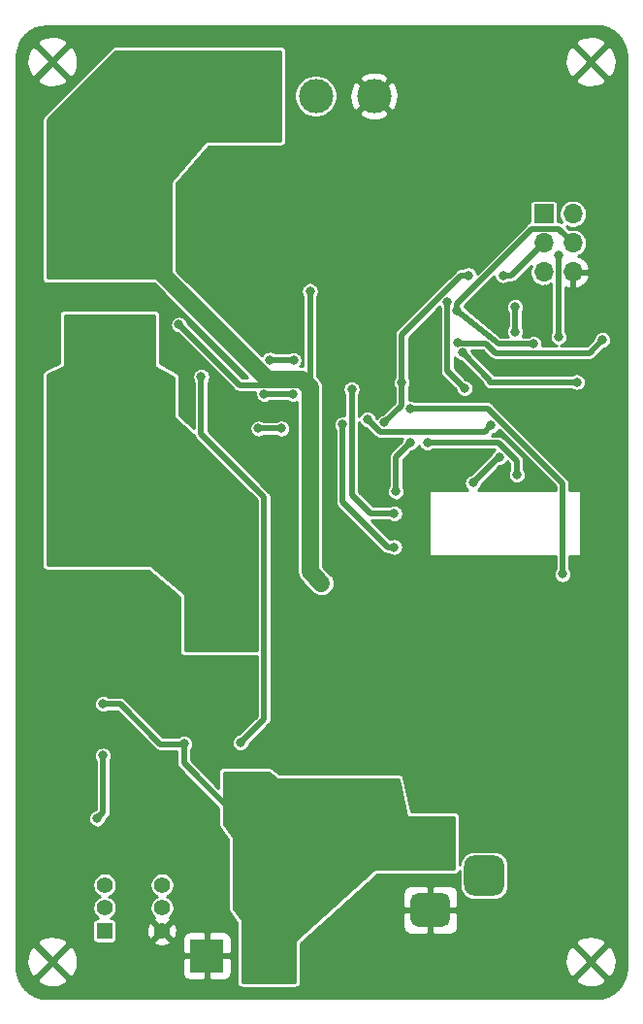
<source format=gbr>
G04 #@! TF.GenerationSoftware,KiCad,Pcbnew,5.1.9*
G04 #@! TF.CreationDate,2021-01-31T09:53:20+01:00*
G04 #@! TF.ProjectId,blueled,626c7565-6c65-4642-9e6b-696361645f70,rev?*
G04 #@! TF.SameCoordinates,Original*
G04 #@! TF.FileFunction,Copper,L2,Bot*
G04 #@! TF.FilePolarity,Positive*
%FSLAX46Y46*%
G04 Gerber Fmt 4.6, Leading zero omitted, Abs format (unit mm)*
G04 Created by KiCad (PCBNEW 5.1.9) date 2021-01-31 09:53:20*
%MOMM*%
%LPD*%
G01*
G04 APERTURE LIST*
G04 #@! TA.AperFunction,ComponentPad*
%ADD10C,0.800000*%
G04 #@! TD*
G04 #@! TA.AperFunction,ComponentPad*
%ADD11C,1.000000*%
G04 #@! TD*
G04 #@! TA.AperFunction,ComponentPad*
%ADD12C,3.000000*%
G04 #@! TD*
G04 #@! TA.AperFunction,ComponentPad*
%ADD13R,3.000000X3.000000*%
G04 #@! TD*
G04 #@! TA.AperFunction,ComponentPad*
%ADD14O,1.700000X1.700000*%
G04 #@! TD*
G04 #@! TA.AperFunction,ComponentPad*
%ADD15R,1.700000X1.700000*%
G04 #@! TD*
G04 #@! TA.AperFunction,ComponentPad*
%ADD16R,3.500000X3.500000*%
G04 #@! TD*
G04 #@! TA.AperFunction,ComponentPad*
%ADD17C,1.400000*%
G04 #@! TD*
G04 #@! TA.AperFunction,ComponentPad*
%ADD18R,1.400000X1.400000*%
G04 #@! TD*
G04 #@! TA.AperFunction,ViaPad*
%ADD19C,0.800000*%
G04 #@! TD*
G04 #@! TA.AperFunction,Conductor*
%ADD20C,0.500000*%
G04 #@! TD*
G04 #@! TA.AperFunction,Conductor*
%ADD21C,1.500000*%
G04 #@! TD*
G04 #@! TA.AperFunction,Conductor*
%ADD22C,0.254000*%
G04 #@! TD*
G04 #@! TA.AperFunction,Conductor*
%ADD23C,0.100000*%
G04 #@! TD*
G04 APERTURE END LIST*
D10*
X132426001Y-127745001D03*
X131126001Y-127745001D03*
X131126001Y-129045001D03*
X132426001Y-129045001D03*
D11*
X136500000Y-116600000D03*
X136500000Y-115100000D03*
X136500000Y-113600000D03*
X136500000Y-112100000D03*
X137750000Y-115100000D03*
X137750000Y-112100000D03*
X137750000Y-116600000D03*
X137750000Y-113600000D03*
X139500000Y-115100000D03*
X139500000Y-112100000D03*
X139500000Y-116600000D03*
X139500000Y-113600000D03*
X140750000Y-115100000D03*
X140750000Y-112100000D03*
X140750000Y-116600000D03*
X140750000Y-113600000D03*
X127800000Y-115886000D03*
X127800000Y-114386000D03*
X127800000Y-112886000D03*
X129050000Y-115886000D03*
X129050000Y-114386000D03*
X129050000Y-112886000D03*
X130300000Y-115886000D03*
X130300000Y-114386000D03*
X130300000Y-112886000D03*
X126750000Y-108136000D03*
X126750000Y-106636000D03*
X126750000Y-105136000D03*
X128250000Y-108136000D03*
X128250000Y-106636000D03*
X128250000Y-105136000D03*
X129750000Y-108136000D03*
X129750000Y-106636000D03*
X129750000Y-105136000D03*
X131250000Y-108136000D03*
X131250000Y-106636000D03*
X131250000Y-105136000D03*
X132750000Y-108136000D03*
X132750000Y-106636000D03*
X132750000Y-105136000D03*
X125250000Y-108136000D03*
X125250000Y-106636000D03*
X125250000Y-105136000D03*
X132750000Y-103636000D03*
X132750000Y-102136000D03*
X125250000Y-103636000D03*
X128250000Y-103636000D03*
X126750000Y-102136000D03*
X129750000Y-103636000D03*
X128250000Y-102136000D03*
X125250000Y-102136000D03*
X131250000Y-103636000D03*
X131250000Y-102136000D03*
X126750000Y-103636000D03*
X129750000Y-102136000D03*
D12*
X142080000Y-144500000D03*
D13*
X137000000Y-144500000D03*
D14*
X168940000Y-84860000D03*
X166400000Y-84860000D03*
X168940000Y-82320000D03*
X166400000Y-82320000D03*
X168940000Y-79780000D03*
D15*
X166400000Y-79780000D03*
G04 #@! TA.AperFunction,ComponentPad*
G36*
G01*
X162075000Y-139250000D02*
X160325000Y-139250000D01*
G75*
G02*
X159450000Y-138375000I0J875000D01*
G01*
X159450000Y-136625000D01*
G75*
G02*
X160325000Y-135750000I875000J0D01*
G01*
X162075000Y-135750000D01*
G75*
G02*
X162950000Y-136625000I0J-875000D01*
G01*
X162950000Y-138375000D01*
G75*
G02*
X162075000Y-139250000I-875000J0D01*
G01*
G37*
G04 #@! TD.AperFunction*
G04 #@! TA.AperFunction,ComponentPad*
G36*
G01*
X157500000Y-142000000D02*
X155500000Y-142000000D01*
G75*
G02*
X154750000Y-141250000I0J750000D01*
G01*
X154750000Y-139750000D01*
G75*
G02*
X155500000Y-139000000I750000J0D01*
G01*
X157500000Y-139000000D01*
G75*
G02*
X158250000Y-139750000I0J-750000D01*
G01*
X158250000Y-141250000D01*
G75*
G02*
X157500000Y-142000000I-750000J0D01*
G01*
G37*
G04 #@! TD.AperFunction*
D16*
X156500000Y-134500000D03*
D17*
X128060000Y-138320000D03*
D18*
X128060000Y-142320000D03*
D17*
X133060000Y-142320000D03*
X133060000Y-138320000D03*
X133060000Y-140320000D03*
X128060000Y-140320000D03*
D12*
X151580000Y-69500000D03*
X146500000Y-69500000D03*
D13*
X141420000Y-69500000D03*
D19*
X160600000Y-87540000D03*
X162200000Y-87530000D03*
X165050000Y-86100000D03*
X166500000Y-86400000D03*
X170250000Y-95450000D03*
X167500000Y-100650000D03*
X164200000Y-97250000D03*
X150600000Y-99650000D03*
X155150000Y-91250000D03*
X155200000Y-95150000D03*
X157950000Y-95150000D03*
X146000000Y-84650000D03*
X148250000Y-109000000D03*
X147750000Y-105700000D03*
X150600000Y-102350000D03*
X129500000Y-133500000D03*
X129250000Y-126000000D03*
X151000000Y-112000000D03*
X158250000Y-110000000D03*
X158250000Y-113250000D03*
X155250000Y-106000000D03*
X162750000Y-102250000D03*
X162750000Y-103250000D03*
X167000000Y-103500000D03*
X154600000Y-114000000D03*
X155000000Y-122400000D03*
X155000000Y-126000000D03*
X154600000Y-115000000D03*
X148500000Y-127700000D03*
X145400000Y-123600000D03*
X151400000Y-123600000D03*
X148500000Y-119900000D03*
X142000000Y-95500000D03*
X144500000Y-95500000D03*
X152500000Y-134000000D03*
X153500000Y-135000000D03*
X153500000Y-136000000D03*
X152500000Y-136000000D03*
X152500000Y-135000000D03*
X153500000Y-133000000D03*
X152500000Y-133000000D03*
X153500000Y-134000000D03*
X141180000Y-133890000D03*
X143780000Y-129890000D03*
X144780000Y-129890000D03*
X144780000Y-130890000D03*
X143780000Y-130890000D03*
X140180000Y-132890000D03*
X140180000Y-133890000D03*
X141180000Y-132890000D03*
X142000000Y-142000000D03*
X143000000Y-142000000D03*
X144000000Y-142000000D03*
X142000000Y-141000000D03*
X143000000Y-141000000D03*
X144000000Y-141000000D03*
X141000000Y-141000000D03*
X141000000Y-142000000D03*
X127930000Y-122530000D03*
X135000000Y-126000000D03*
X141500000Y-98500000D03*
X143500000Y-98500000D03*
X152500000Y-98000000D03*
X154000000Y-94500000D03*
X162840000Y-85140000D03*
X159820000Y-85140000D03*
X167689999Y-83430001D03*
X167690000Y-90520000D03*
X169291000Y-94459000D03*
X159290000Y-91890000D03*
X163920000Y-87900000D03*
X163920000Y-90050000D03*
X153350000Y-105900000D03*
X149630000Y-95090000D03*
X153500000Y-104000000D03*
X154750000Y-99750000D03*
X153350000Y-108840000D03*
X148830000Y-98160000D03*
X161820000Y-98250000D03*
X151000000Y-97684002D03*
X160220000Y-103250000D03*
X162550000Y-101000000D03*
X168050000Y-111200000D03*
X154760000Y-96750000D03*
X164050000Y-102540000D03*
X165500000Y-91110000D03*
X158800001Y-88199999D03*
X156237500Y-99737500D03*
X138000000Y-68000000D03*
X138000000Y-71000000D03*
X124000000Y-80000000D03*
X125000000Y-80000000D03*
X126000000Y-80000000D03*
X127000000Y-80000000D03*
X128000000Y-80000000D03*
X129000000Y-80000000D03*
X130000000Y-80000000D03*
X131000000Y-80000000D03*
X132000000Y-80000000D03*
X133000000Y-80000000D03*
X133000000Y-79000000D03*
X132000000Y-79000000D03*
X131000000Y-79000000D03*
X130000000Y-79000000D03*
X129000000Y-79000000D03*
X128000000Y-79000000D03*
X127000000Y-79000000D03*
X126000000Y-79000000D03*
X125000000Y-79000000D03*
X124000000Y-79000000D03*
X138000000Y-66000000D03*
X138000000Y-67000000D03*
X138000000Y-69000000D03*
X138000000Y-70000000D03*
X138000000Y-72000000D03*
X138000000Y-73000000D03*
X146000000Y-95500000D03*
X134557500Y-89442500D03*
X147000000Y-112000000D03*
X146250000Y-111250000D03*
X146000000Y-86500000D03*
X136500000Y-94000000D03*
X139919252Y-125919252D03*
X127930000Y-127030000D03*
X127430000Y-132530000D03*
X142500000Y-92500000D03*
X144553186Y-92553186D03*
X158942564Y-91005810D03*
X171540000Y-90780000D03*
X159500000Y-95000000D03*
X158000000Y-87500000D03*
D20*
X142000000Y-95500000D02*
X144500000Y-95500000D01*
X129430000Y-122530000D02*
X132930000Y-126030000D01*
X127930000Y-122530000D02*
X129430000Y-122530000D01*
X134970000Y-126030000D02*
X135000000Y-126000000D01*
X132930000Y-126030000D02*
X134970000Y-126030000D01*
X135000000Y-127710000D02*
X140180000Y-132890000D01*
X135000000Y-126000000D02*
X135000000Y-127710000D01*
X141500000Y-98500000D02*
X143500000Y-98500000D01*
X152500000Y-98000000D02*
X154000000Y-96500000D01*
X154000000Y-96500000D02*
X154000000Y-94500000D01*
X163580000Y-85140000D02*
X166400000Y-82320000D01*
X162840000Y-85140000D02*
X163580000Y-85140000D01*
X154000000Y-90315998D02*
X154000000Y-94500000D01*
X159175998Y-85140000D02*
X154000000Y-90315998D01*
X159820000Y-85140000D02*
X159175998Y-85140000D01*
X167689999Y-83430001D02*
X167690000Y-83995687D01*
X167690000Y-83995687D02*
X167690000Y-90520000D01*
X169291000Y-94459000D02*
X161709000Y-94459000D01*
X161709000Y-94459000D02*
X161709000Y-94309000D01*
X161709000Y-94309000D02*
X159290000Y-91890000D01*
X163920000Y-87900000D02*
X163920000Y-90050000D01*
X151239998Y-105900000D02*
X149630000Y-104290002D01*
X153350000Y-105900000D02*
X151239998Y-105900000D01*
X149630000Y-104290002D02*
X149630000Y-95090000D01*
X153500000Y-104000000D02*
X153500000Y-101000000D01*
X153500000Y-101000000D02*
X154750000Y-99750000D01*
X152784315Y-108840000D02*
X148860000Y-104915685D01*
X153350000Y-108840000D02*
X152784315Y-108840000D01*
X148860000Y-104915685D02*
X148860000Y-98160000D01*
X148860000Y-98160000D02*
X148830000Y-98160000D01*
X152115999Y-98800001D02*
X151000000Y-97684002D01*
X161269999Y-98800001D02*
X152115999Y-98800001D01*
X161820000Y-98250000D02*
X161269999Y-98800001D01*
X160220000Y-103250000D02*
X162470000Y-101000000D01*
X162470000Y-101000000D02*
X162550000Y-101000000D01*
X168050000Y-103295998D02*
X168050000Y-103390000D01*
X154760000Y-96750000D02*
X161504002Y-96750000D01*
X161504002Y-96750000D02*
X168050000Y-103295998D01*
X168050000Y-103390000D02*
X168050000Y-111200000D01*
X162433265Y-91110000D02*
X165500000Y-91110000D01*
X158800001Y-88199999D02*
X162433265Y-91110000D01*
X167689999Y-81069999D02*
X168940000Y-82320000D01*
X158800001Y-87634314D02*
X165364316Y-81069999D01*
X165364316Y-81069999D02*
X167689999Y-81069999D01*
X158800001Y-88199999D02*
X158800001Y-87634314D01*
X164050000Y-101315998D02*
X164050000Y-102540000D01*
X162471502Y-99737500D02*
X164050000Y-101315998D01*
X156237500Y-99737500D02*
X162471502Y-99737500D01*
X145199999Y-94699999D02*
X146000000Y-95500000D01*
X139814999Y-94699999D02*
X145199999Y-94699999D01*
X134557500Y-89442500D02*
X139814999Y-94699999D01*
D21*
X146000000Y-94934315D02*
X146000000Y-95500000D01*
X145265684Y-94199999D02*
X146000000Y-94934315D01*
X142275997Y-94199999D02*
X145265684Y-94199999D01*
X133000000Y-84924002D02*
X142275997Y-94199999D01*
X133000000Y-80000000D02*
X133000000Y-84924002D01*
X146000000Y-95500000D02*
X146000000Y-111000000D01*
X146000000Y-111000000D02*
X146250000Y-111250000D01*
X146250000Y-111250000D02*
X147000000Y-112000000D01*
D20*
X146000000Y-95500000D02*
X146000000Y-88000000D01*
X146000000Y-88000000D02*
X146000000Y-86500000D01*
D21*
X133000000Y-80000000D02*
X130000000Y-80000000D01*
D20*
X136500000Y-99000000D02*
X136500000Y-94000000D01*
X142000000Y-104500000D02*
X136500000Y-99000000D01*
X142000000Y-123838504D02*
X142000000Y-104500000D01*
X139919252Y-125919252D02*
X142000000Y-123838504D01*
X127930000Y-127030000D02*
X127930000Y-132030000D01*
X127930000Y-132030000D02*
X127430000Y-132530000D01*
X142500000Y-92500000D02*
X144500000Y-92500000D01*
X144500000Y-92500000D02*
X144553186Y-92553186D01*
X161368510Y-91089999D02*
X162188512Y-91910001D01*
X159079999Y-91089999D02*
X161368510Y-91089999D01*
X158995810Y-91005810D02*
X159079999Y-91089999D01*
X162188512Y-91910001D02*
X170409999Y-91910001D01*
X158942564Y-91005810D02*
X158995810Y-91005810D01*
X170409999Y-91910001D02*
X171540000Y-90780000D01*
X158000000Y-93500000D02*
X159500000Y-95000000D01*
X158000000Y-88000000D02*
X158000000Y-93500000D01*
X158000000Y-88000000D02*
X158000000Y-87500000D01*
D22*
X171504242Y-63453369D02*
X171989286Y-63599812D01*
X172436642Y-63837674D01*
X172829282Y-64157904D01*
X173152241Y-64548294D01*
X173393222Y-64993980D01*
X173543048Y-65477987D01*
X173598000Y-66000820D01*
X173598000Y-66000827D01*
X173598001Y-145580333D01*
X173546631Y-146104243D01*
X173400187Y-146589288D01*
X173162324Y-147036646D01*
X172842096Y-147429282D01*
X172451706Y-147752241D01*
X172006018Y-147993223D01*
X171522013Y-148143048D01*
X170999180Y-148198000D01*
X123019657Y-148198000D01*
X122495757Y-148146631D01*
X122010712Y-148000187D01*
X121563354Y-147762324D01*
X121170718Y-147442096D01*
X120847759Y-147051706D01*
X120606777Y-146606018D01*
X120593413Y-146562845D01*
X122116761Y-146562845D01*
X122284802Y-146888643D01*
X122676607Y-147089426D01*
X123100055Y-147209914D01*
X123538873Y-147245476D01*
X123976197Y-147194746D01*
X124395221Y-147059674D01*
X124715198Y-146888643D01*
X124883239Y-146562845D01*
X123500000Y-145179605D01*
X122116761Y-146562845D01*
X120593413Y-146562845D01*
X120456952Y-146122013D01*
X120402000Y-145599180D01*
X120402000Y-145038873D01*
X121254524Y-145038873D01*
X121305254Y-145476197D01*
X121440326Y-145895221D01*
X121611357Y-146215198D01*
X121937155Y-146383239D01*
X123320395Y-145000000D01*
X123679605Y-145000000D01*
X125062845Y-146383239D01*
X125388643Y-146215198D01*
X125498922Y-146000000D01*
X134861928Y-146000000D01*
X134874188Y-146124482D01*
X134910498Y-146244180D01*
X134969463Y-146354494D01*
X135048815Y-146451185D01*
X135145506Y-146530537D01*
X135255820Y-146589502D01*
X135375518Y-146625812D01*
X135500000Y-146638072D01*
X136714250Y-146635000D01*
X136873000Y-146476250D01*
X136873000Y-144627000D01*
X137127000Y-144627000D01*
X137127000Y-146476250D01*
X137285750Y-146635000D01*
X138500000Y-146638072D01*
X138624482Y-146625812D01*
X138744180Y-146589502D01*
X138854494Y-146530537D01*
X138951185Y-146451185D01*
X139030537Y-146354494D01*
X139089502Y-146244180D01*
X139125812Y-146124482D01*
X139138072Y-146000000D01*
X139135000Y-144785750D01*
X138976250Y-144627000D01*
X137127000Y-144627000D01*
X136873000Y-144627000D01*
X135023750Y-144627000D01*
X134865000Y-144785750D01*
X134861928Y-146000000D01*
X125498922Y-146000000D01*
X125589426Y-145823393D01*
X125709914Y-145399945D01*
X125745476Y-144961127D01*
X125694746Y-144523803D01*
X125559674Y-144104779D01*
X125388643Y-143784802D01*
X125062845Y-143616761D01*
X123679605Y-145000000D01*
X123320395Y-145000000D01*
X121937155Y-143616761D01*
X121611357Y-143784802D01*
X121410574Y-144176607D01*
X121290086Y-144600055D01*
X121254524Y-145038873D01*
X120402000Y-145038873D01*
X120402000Y-143437155D01*
X122116761Y-143437155D01*
X123500000Y-144820395D01*
X124883239Y-143437155D01*
X124715198Y-143111357D01*
X124323393Y-142910574D01*
X123899945Y-142790086D01*
X123461127Y-142754524D01*
X123023803Y-142805254D01*
X122604779Y-142940326D01*
X122284802Y-143111357D01*
X122116761Y-143437155D01*
X120402000Y-143437155D01*
X120402000Y-141620000D01*
X126981176Y-141620000D01*
X126981176Y-143020000D01*
X126988455Y-143093905D01*
X127010012Y-143164970D01*
X127045019Y-143230463D01*
X127092131Y-143287869D01*
X127149537Y-143334981D01*
X127215030Y-143369988D01*
X127286095Y-143391545D01*
X127360000Y-143398824D01*
X128760000Y-143398824D01*
X128833905Y-143391545D01*
X128904970Y-143369988D01*
X128970463Y-143334981D01*
X129027869Y-143287869D01*
X129066112Y-143241269D01*
X132318336Y-143241269D01*
X132377797Y-143475037D01*
X132616242Y-143585934D01*
X132871740Y-143648183D01*
X133134473Y-143659390D01*
X133394344Y-143619125D01*
X133641366Y-143528935D01*
X133742203Y-143475037D01*
X133801664Y-143241269D01*
X133060000Y-142499605D01*
X132318336Y-143241269D01*
X129066112Y-143241269D01*
X129074981Y-143230463D01*
X129109988Y-143164970D01*
X129131545Y-143093905D01*
X129138824Y-143020000D01*
X129138824Y-142394473D01*
X131720610Y-142394473D01*
X131760875Y-142654344D01*
X131851065Y-142901366D01*
X131904963Y-143002203D01*
X132138731Y-143061664D01*
X132880395Y-142320000D01*
X133239605Y-142320000D01*
X133981269Y-143061664D01*
X134215037Y-143002203D01*
X134216061Y-143000000D01*
X134861928Y-143000000D01*
X134865000Y-144214250D01*
X135023750Y-144373000D01*
X136873000Y-144373000D01*
X136873000Y-142523750D01*
X137127000Y-142523750D01*
X137127000Y-144373000D01*
X138976250Y-144373000D01*
X139135000Y-144214250D01*
X139138072Y-143000000D01*
X139125812Y-142875518D01*
X139089502Y-142755820D01*
X139030537Y-142645506D01*
X138951185Y-142548815D01*
X138854494Y-142469463D01*
X138744180Y-142410498D01*
X138624482Y-142374188D01*
X138500000Y-142361928D01*
X137285750Y-142365000D01*
X137127000Y-142523750D01*
X136873000Y-142523750D01*
X136714250Y-142365000D01*
X135500000Y-142361928D01*
X135375518Y-142374188D01*
X135255820Y-142410498D01*
X135145506Y-142469463D01*
X135048815Y-142548815D01*
X134969463Y-142645506D01*
X134910498Y-142755820D01*
X134874188Y-142875518D01*
X134861928Y-143000000D01*
X134216061Y-143000000D01*
X134325934Y-142763758D01*
X134388183Y-142508260D01*
X134399390Y-142245527D01*
X134359125Y-141985656D01*
X134268935Y-141738634D01*
X134215037Y-141637797D01*
X133981269Y-141578336D01*
X133239605Y-142320000D01*
X132880395Y-142320000D01*
X132138731Y-141578336D01*
X131904963Y-141637797D01*
X131794066Y-141876242D01*
X131731817Y-142131740D01*
X131720610Y-142394473D01*
X129138824Y-142394473D01*
X129138824Y-141620000D01*
X129131545Y-141546095D01*
X129109988Y-141475030D01*
X129074981Y-141409537D01*
X129027869Y-141352131D01*
X128970463Y-141305019D01*
X128904970Y-141270012D01*
X128833905Y-141248455D01*
X128760000Y-141241176D01*
X128619911Y-141241176D01*
X128746547Y-141156560D01*
X128896560Y-141006547D01*
X129014425Y-140830151D01*
X129095611Y-140634149D01*
X129137000Y-140426075D01*
X129137000Y-140213925D01*
X129095611Y-140005851D01*
X129014425Y-139809849D01*
X128896560Y-139633453D01*
X128746547Y-139483440D01*
X128570151Y-139365575D01*
X128460122Y-139320000D01*
X128570151Y-139274425D01*
X128746547Y-139156560D01*
X128896560Y-139006547D01*
X129014425Y-138830151D01*
X129095611Y-138634149D01*
X129137000Y-138426075D01*
X129137000Y-138213925D01*
X131983000Y-138213925D01*
X131983000Y-138426075D01*
X132024389Y-138634149D01*
X132105575Y-138830151D01*
X132223440Y-139006547D01*
X132373453Y-139156560D01*
X132549849Y-139274425D01*
X132659878Y-139320000D01*
X132549849Y-139365575D01*
X132373453Y-139483440D01*
X132223440Y-139633453D01*
X132105575Y-139809849D01*
X132024389Y-140005851D01*
X131983000Y-140213925D01*
X131983000Y-140426075D01*
X132024389Y-140634149D01*
X132105575Y-140830151D01*
X132223440Y-141006547D01*
X132373453Y-141156560D01*
X132382370Y-141162518D01*
X132377797Y-141164963D01*
X132318336Y-141398731D01*
X133060000Y-142140395D01*
X133801664Y-141398731D01*
X133742203Y-141164963D01*
X133737349Y-141162706D01*
X133746547Y-141156560D01*
X133896560Y-141006547D01*
X134014425Y-140830151D01*
X134095611Y-140634149D01*
X134137000Y-140426075D01*
X134137000Y-140213925D01*
X134095611Y-140005851D01*
X134014425Y-139809849D01*
X133896560Y-139633453D01*
X133746547Y-139483440D01*
X133570151Y-139365575D01*
X133460122Y-139320000D01*
X133570151Y-139274425D01*
X133746547Y-139156560D01*
X133896560Y-139006547D01*
X134014425Y-138830151D01*
X134095611Y-138634149D01*
X134137000Y-138426075D01*
X134137000Y-138213925D01*
X134095611Y-138005851D01*
X134014425Y-137809849D01*
X133896560Y-137633453D01*
X133746547Y-137483440D01*
X133570151Y-137365575D01*
X133374149Y-137284389D01*
X133166075Y-137243000D01*
X132953925Y-137243000D01*
X132745851Y-137284389D01*
X132549849Y-137365575D01*
X132373453Y-137483440D01*
X132223440Y-137633453D01*
X132105575Y-137809849D01*
X132024389Y-138005851D01*
X131983000Y-138213925D01*
X129137000Y-138213925D01*
X129095611Y-138005851D01*
X129014425Y-137809849D01*
X128896560Y-137633453D01*
X128746547Y-137483440D01*
X128570151Y-137365575D01*
X128374149Y-137284389D01*
X128166075Y-137243000D01*
X127953925Y-137243000D01*
X127745851Y-137284389D01*
X127549849Y-137365575D01*
X127373453Y-137483440D01*
X127223440Y-137633453D01*
X127105575Y-137809849D01*
X127024389Y-138005851D01*
X126983000Y-138213925D01*
X126983000Y-138426075D01*
X127024389Y-138634149D01*
X127105575Y-138830151D01*
X127223440Y-139006547D01*
X127373453Y-139156560D01*
X127549849Y-139274425D01*
X127659878Y-139320000D01*
X127549849Y-139365575D01*
X127373453Y-139483440D01*
X127223440Y-139633453D01*
X127105575Y-139809849D01*
X127024389Y-140005851D01*
X126983000Y-140213925D01*
X126983000Y-140426075D01*
X127024389Y-140634149D01*
X127105575Y-140830151D01*
X127223440Y-141006547D01*
X127373453Y-141156560D01*
X127500089Y-141241176D01*
X127360000Y-141241176D01*
X127286095Y-141248455D01*
X127215030Y-141270012D01*
X127149537Y-141305019D01*
X127092131Y-141352131D01*
X127045019Y-141409537D01*
X127010012Y-141475030D01*
X126988455Y-141546095D01*
X126981176Y-141620000D01*
X120402000Y-141620000D01*
X120402000Y-132453472D01*
X126653000Y-132453472D01*
X126653000Y-132606528D01*
X126682859Y-132756643D01*
X126741431Y-132898048D01*
X126826464Y-133025309D01*
X126934691Y-133133536D01*
X127061952Y-133218569D01*
X127203357Y-133277141D01*
X127353472Y-133307000D01*
X127506528Y-133307000D01*
X127656643Y-133277141D01*
X127798048Y-133218569D01*
X127925309Y-133133536D01*
X128033536Y-133025309D01*
X128118569Y-132898048D01*
X128177141Y-132756643D01*
X128198761Y-132647951D01*
X128351578Y-132495134D01*
X128375501Y-132475501D01*
X128453853Y-132380028D01*
X128512075Y-132271103D01*
X128547927Y-132152913D01*
X128557000Y-132060794D01*
X128560033Y-132030000D01*
X128557000Y-131999206D01*
X128557000Y-127490193D01*
X128618569Y-127398048D01*
X128677141Y-127256643D01*
X128707000Y-127106528D01*
X128707000Y-126953472D01*
X128677141Y-126803357D01*
X128618569Y-126661952D01*
X128533536Y-126534691D01*
X128425309Y-126426464D01*
X128298048Y-126341431D01*
X128156643Y-126282859D01*
X128006528Y-126253000D01*
X127853472Y-126253000D01*
X127703357Y-126282859D01*
X127561952Y-126341431D01*
X127434691Y-126426464D01*
X127326464Y-126534691D01*
X127241431Y-126661952D01*
X127182859Y-126803357D01*
X127153000Y-126953472D01*
X127153000Y-127106528D01*
X127182859Y-127256643D01*
X127241431Y-127398048D01*
X127303000Y-127490193D01*
X127303001Y-131763039D01*
X127203357Y-131782859D01*
X127061952Y-131841431D01*
X126934691Y-131926464D01*
X126826464Y-132034691D01*
X126741431Y-132161952D01*
X126682859Y-132303357D01*
X126653000Y-132453472D01*
X120402000Y-132453472D01*
X120402000Y-122453472D01*
X127153000Y-122453472D01*
X127153000Y-122606528D01*
X127182859Y-122756643D01*
X127241431Y-122898048D01*
X127326464Y-123025309D01*
X127434691Y-123133536D01*
X127561952Y-123218569D01*
X127703357Y-123277141D01*
X127853472Y-123307000D01*
X128006528Y-123307000D01*
X128156643Y-123277141D01*
X128298048Y-123218569D01*
X128390193Y-123157000D01*
X129170289Y-123157000D01*
X132464866Y-126451578D01*
X132484499Y-126475501D01*
X132579972Y-126553853D01*
X132688897Y-126612075D01*
X132807087Y-126647927D01*
X132899206Y-126657000D01*
X132899207Y-126657000D01*
X132929999Y-126660033D01*
X132960791Y-126657000D01*
X134373000Y-126657000D01*
X134373001Y-127679196D01*
X134369967Y-127710000D01*
X134382073Y-127832912D01*
X134417926Y-127951103D01*
X134476148Y-128060028D01*
X134554500Y-128155501D01*
X134578423Y-128175134D01*
X138019000Y-131615712D01*
X138019000Y-133050000D01*
X138028020Y-133132412D01*
X138051245Y-133203398D01*
X138087873Y-133268489D01*
X138859000Y-134370099D01*
X138859000Y-140450000D01*
X138868821Y-140535950D01*
X138892722Y-140606712D01*
X138929968Y-140671452D01*
X139609226Y-141622414D01*
X139619001Y-146900706D01*
X139626321Y-146974329D01*
X139648002Y-147045802D01*
X139683210Y-147111672D01*
X139730592Y-147169408D01*
X139788328Y-147216790D01*
X139854198Y-147251998D01*
X139925671Y-147273679D01*
X140000000Y-147281000D01*
X144800000Y-147281000D01*
X144874329Y-147273679D01*
X144945802Y-147251998D01*
X145011672Y-147216790D01*
X145069408Y-147169408D01*
X145116790Y-147111672D01*
X145151998Y-147045802D01*
X145173679Y-146974329D01*
X145181000Y-146900000D01*
X145181000Y-146562845D01*
X169116761Y-146562845D01*
X169284802Y-146888643D01*
X169676607Y-147089426D01*
X170100055Y-147209914D01*
X170538873Y-147245476D01*
X170976197Y-147194746D01*
X171395221Y-147059674D01*
X171715198Y-146888643D01*
X171883239Y-146562845D01*
X170500000Y-145179605D01*
X169116761Y-146562845D01*
X145181000Y-146562845D01*
X145181000Y-145038873D01*
X168254524Y-145038873D01*
X168305254Y-145476197D01*
X168440326Y-145895221D01*
X168611357Y-146215198D01*
X168937155Y-146383239D01*
X170320395Y-145000000D01*
X170679605Y-145000000D01*
X172062845Y-146383239D01*
X172388643Y-146215198D01*
X172589426Y-145823393D01*
X172709914Y-145399945D01*
X172745476Y-144961127D01*
X172694746Y-144523803D01*
X172559674Y-144104779D01*
X172388643Y-143784802D01*
X172062845Y-143616761D01*
X170679605Y-145000000D01*
X170320395Y-145000000D01*
X168937155Y-143616761D01*
X168611357Y-143784802D01*
X168410574Y-144176607D01*
X168290086Y-144600055D01*
X168254524Y-145038873D01*
X145181000Y-145038873D01*
X145181000Y-143468052D01*
X145214839Y-143437155D01*
X169116761Y-143437155D01*
X170500000Y-144820395D01*
X171883239Y-143437155D01*
X171715198Y-143111357D01*
X171323393Y-142910574D01*
X170899945Y-142790086D01*
X170461127Y-142754524D01*
X170023803Y-142805254D01*
X169604779Y-142940326D01*
X169284802Y-143111357D01*
X169116761Y-143437155D01*
X145214839Y-143437155D01*
X146788866Y-142000000D01*
X154111928Y-142000000D01*
X154124188Y-142124482D01*
X154160498Y-142244180D01*
X154219463Y-142354494D01*
X154298815Y-142451185D01*
X154395506Y-142530537D01*
X154505820Y-142589502D01*
X154625518Y-142625812D01*
X154750000Y-142638072D01*
X156214250Y-142635000D01*
X156373000Y-142476250D01*
X156373000Y-140627000D01*
X156627000Y-140627000D01*
X156627000Y-142476250D01*
X156785750Y-142635000D01*
X158250000Y-142638072D01*
X158374482Y-142625812D01*
X158494180Y-142589502D01*
X158604494Y-142530537D01*
X158701185Y-142451185D01*
X158780537Y-142354494D01*
X158839502Y-142244180D01*
X158875812Y-142124482D01*
X158888072Y-142000000D01*
X158885000Y-140785750D01*
X158726250Y-140627000D01*
X156627000Y-140627000D01*
X156373000Y-140627000D01*
X154273750Y-140627000D01*
X154115000Y-140785750D01*
X154111928Y-142000000D01*
X146788866Y-142000000D01*
X150074580Y-139000000D01*
X154111928Y-139000000D01*
X154115000Y-140214250D01*
X154273750Y-140373000D01*
X156373000Y-140373000D01*
X156373000Y-138523750D01*
X156627000Y-138523750D01*
X156627000Y-140373000D01*
X158726250Y-140373000D01*
X158885000Y-140214250D01*
X158888072Y-139000000D01*
X158875812Y-138875518D01*
X158839502Y-138755820D01*
X158780537Y-138645506D01*
X158701185Y-138548815D01*
X158604494Y-138469463D01*
X158494180Y-138410498D01*
X158374482Y-138374188D01*
X158250000Y-138361928D01*
X156785750Y-138365000D01*
X156627000Y-138523750D01*
X156373000Y-138523750D01*
X156214250Y-138365000D01*
X154750000Y-138361928D01*
X154625518Y-138374188D01*
X154505820Y-138410498D01*
X154395506Y-138469463D01*
X154298815Y-138548815D01*
X154219463Y-138645506D01*
X154160498Y-138755820D01*
X154124188Y-138875518D01*
X154111928Y-139000000D01*
X150074580Y-139000000D01*
X151847771Y-137381000D01*
X158700000Y-137381000D01*
X158774329Y-137373679D01*
X158845802Y-137351998D01*
X158911672Y-137316790D01*
X158969408Y-137269408D01*
X159016790Y-137211672D01*
X159051998Y-137145802D01*
X159071176Y-137082580D01*
X159071176Y-138375000D01*
X159095268Y-138619609D01*
X159166618Y-138854818D01*
X159282483Y-139071587D01*
X159438413Y-139261587D01*
X159628413Y-139417517D01*
X159845182Y-139533382D01*
X160080391Y-139604732D01*
X160325000Y-139628824D01*
X162075000Y-139628824D01*
X162319609Y-139604732D01*
X162554818Y-139533382D01*
X162771587Y-139417517D01*
X162961587Y-139261587D01*
X163117517Y-139071587D01*
X163233382Y-138854818D01*
X163304732Y-138619609D01*
X163328824Y-138375000D01*
X163328824Y-136625000D01*
X163304732Y-136380391D01*
X163233382Y-136145182D01*
X163117517Y-135928413D01*
X162961587Y-135738413D01*
X162771587Y-135582483D01*
X162554818Y-135466618D01*
X162319609Y-135395268D01*
X162075000Y-135371176D01*
X160325000Y-135371176D01*
X160080391Y-135395268D01*
X159845182Y-135466618D01*
X159628413Y-135582483D01*
X159438413Y-135738413D01*
X159282483Y-135928413D01*
X159166618Y-136145182D01*
X159095268Y-136380391D01*
X159081000Y-136525256D01*
X159081000Y-132325000D01*
X159074115Y-132252896D01*
X159052860Y-132181295D01*
X159018044Y-132115217D01*
X158971006Y-132057201D01*
X158913554Y-132009476D01*
X158847895Y-131973876D01*
X158776552Y-131951770D01*
X158702268Y-131944007D01*
X154809048Y-131920833D01*
X154172707Y-128920941D01*
X154151998Y-128854198D01*
X154116790Y-128788328D01*
X154069408Y-128730592D01*
X154011672Y-128683210D01*
X153945802Y-128648002D01*
X153874329Y-128626321D01*
X153800000Y-128619000D01*
X143327000Y-128619000D01*
X142628600Y-128095200D01*
X142545802Y-128048002D01*
X142474329Y-128026321D01*
X142400000Y-128019000D01*
X138400000Y-128019000D01*
X138325671Y-128026321D01*
X138254198Y-128048002D01*
X138188328Y-128083210D01*
X138130592Y-128130592D01*
X138083210Y-128188328D01*
X138048002Y-128254198D01*
X138026321Y-128325671D01*
X138019000Y-128400000D01*
X138019000Y-129842289D01*
X135627000Y-127450289D01*
X135627000Y-126460193D01*
X135688569Y-126368048D01*
X135747141Y-126226643D01*
X135777000Y-126076528D01*
X135777000Y-125923472D01*
X135747141Y-125773357D01*
X135688569Y-125631952D01*
X135603536Y-125504691D01*
X135495309Y-125396464D01*
X135368048Y-125311431D01*
X135226643Y-125252859D01*
X135076528Y-125223000D01*
X134923472Y-125223000D01*
X134773357Y-125252859D01*
X134631952Y-125311431D01*
X134504691Y-125396464D01*
X134498155Y-125403000D01*
X133189712Y-125403000D01*
X129895138Y-122108427D01*
X129875501Y-122084499D01*
X129780028Y-122006147D01*
X129671103Y-121947925D01*
X129552913Y-121912073D01*
X129460794Y-121903000D01*
X129430000Y-121899967D01*
X129399206Y-121903000D01*
X128390193Y-121903000D01*
X128298048Y-121841431D01*
X128156643Y-121782859D01*
X128006528Y-121753000D01*
X127853472Y-121753000D01*
X127703357Y-121782859D01*
X127561952Y-121841431D01*
X127434691Y-121926464D01*
X127326464Y-122034691D01*
X127241431Y-122161952D01*
X127182859Y-122303357D01*
X127153000Y-122453472D01*
X120402000Y-122453472D01*
X120402000Y-93750000D01*
X122609000Y-93750000D01*
X122609000Y-110500000D01*
X122616321Y-110574329D01*
X122638002Y-110645802D01*
X122673210Y-110711672D01*
X122720592Y-110769408D01*
X122778328Y-110816790D01*
X122844198Y-110851998D01*
X122915671Y-110873679D01*
X122990000Y-110881000D01*
X131852060Y-110881000D01*
X134609000Y-113178450D01*
X134609000Y-118000000D01*
X134616321Y-118074329D01*
X134638002Y-118145802D01*
X134673210Y-118211672D01*
X134720592Y-118269408D01*
X134778328Y-118316790D01*
X134844198Y-118351998D01*
X134915671Y-118373679D01*
X134990000Y-118381000D01*
X141373000Y-118381000D01*
X141373000Y-123578792D01*
X139801302Y-125150491D01*
X139692609Y-125172111D01*
X139551204Y-125230683D01*
X139423943Y-125315716D01*
X139315716Y-125423943D01*
X139230683Y-125551204D01*
X139172111Y-125692609D01*
X139142252Y-125842724D01*
X139142252Y-125995780D01*
X139172111Y-126145895D01*
X139230683Y-126287300D01*
X139315716Y-126414561D01*
X139423943Y-126522788D01*
X139551204Y-126607821D01*
X139692609Y-126666393D01*
X139842724Y-126696252D01*
X139995780Y-126696252D01*
X140145895Y-126666393D01*
X140287300Y-126607821D01*
X140414561Y-126522788D01*
X140522788Y-126414561D01*
X140607821Y-126287300D01*
X140666393Y-126145895D01*
X140688013Y-126037202D01*
X142421579Y-124303637D01*
X142445501Y-124284005D01*
X142523853Y-124188532D01*
X142582075Y-124079607D01*
X142617927Y-123961417D01*
X142627000Y-123869298D01*
X142627000Y-123869297D01*
X142630033Y-123838505D01*
X142627000Y-123807711D01*
X142627000Y-104530794D01*
X142630033Y-104500000D01*
X142617927Y-104377087D01*
X142582075Y-104258896D01*
X142523853Y-104149972D01*
X142501646Y-104122913D01*
X142445501Y-104054499D01*
X142421578Y-104034866D01*
X137127000Y-98740289D01*
X137127000Y-98423472D01*
X140723000Y-98423472D01*
X140723000Y-98576528D01*
X140752859Y-98726643D01*
X140811431Y-98868048D01*
X140896464Y-98995309D01*
X141004691Y-99103536D01*
X141131952Y-99188569D01*
X141273357Y-99247141D01*
X141423472Y-99277000D01*
X141576528Y-99277000D01*
X141726643Y-99247141D01*
X141868048Y-99188569D01*
X141960193Y-99127000D01*
X143039807Y-99127000D01*
X143131952Y-99188569D01*
X143273357Y-99247141D01*
X143423472Y-99277000D01*
X143576528Y-99277000D01*
X143726643Y-99247141D01*
X143868048Y-99188569D01*
X143995309Y-99103536D01*
X144103536Y-98995309D01*
X144188569Y-98868048D01*
X144247141Y-98726643D01*
X144277000Y-98576528D01*
X144277000Y-98423472D01*
X144247141Y-98273357D01*
X144188569Y-98131952D01*
X144103536Y-98004691D01*
X143995309Y-97896464D01*
X143868048Y-97811431D01*
X143726643Y-97752859D01*
X143576528Y-97723000D01*
X143423472Y-97723000D01*
X143273357Y-97752859D01*
X143131952Y-97811431D01*
X143039807Y-97873000D01*
X141960193Y-97873000D01*
X141868048Y-97811431D01*
X141726643Y-97752859D01*
X141576528Y-97723000D01*
X141423472Y-97723000D01*
X141273357Y-97752859D01*
X141131952Y-97811431D01*
X141004691Y-97896464D01*
X140896464Y-98004691D01*
X140811431Y-98131952D01*
X140752859Y-98273357D01*
X140723000Y-98423472D01*
X137127000Y-98423472D01*
X137127000Y-94460193D01*
X137188569Y-94368048D01*
X137247141Y-94226643D01*
X137277000Y-94076528D01*
X137277000Y-93923472D01*
X137247141Y-93773357D01*
X137188569Y-93631952D01*
X137103536Y-93504691D01*
X136995309Y-93396464D01*
X136868048Y-93311431D01*
X136726643Y-93252859D01*
X136576528Y-93223000D01*
X136423472Y-93223000D01*
X136273357Y-93252859D01*
X136131952Y-93311431D01*
X136004691Y-93396464D01*
X135896464Y-93504691D01*
X135811431Y-93631952D01*
X135752859Y-93773357D01*
X135723000Y-93923472D01*
X135723000Y-94076528D01*
X135752859Y-94226643D01*
X135811431Y-94368048D01*
X135873001Y-94460194D01*
X135873000Y-98469640D01*
X134621000Y-97331458D01*
X134621000Y-94000000D01*
X134607575Y-93899752D01*
X134580955Y-93829968D01*
X134541232Y-93766718D01*
X134489933Y-93712433D01*
X134429029Y-93669199D01*
X132871000Y-92778897D01*
X132871000Y-88500000D01*
X132863679Y-88425671D01*
X132841998Y-88354198D01*
X132806790Y-88288328D01*
X132759408Y-88230592D01*
X132701672Y-88183210D01*
X132635802Y-88148002D01*
X132564329Y-88126321D01*
X132490000Y-88119000D01*
X124490000Y-88119000D01*
X124415671Y-88126321D01*
X124344198Y-88148002D01*
X124278328Y-88183210D01*
X124220592Y-88230592D01*
X124173210Y-88288328D01*
X124138002Y-88354198D01*
X124116321Y-88425671D01*
X124109000Y-88500000D01*
X124109000Y-92764529D01*
X122819612Y-93409223D01*
X122778328Y-93433210D01*
X122720592Y-93480592D01*
X122673210Y-93538328D01*
X122638002Y-93604198D01*
X122616321Y-93675671D01*
X122609000Y-93750000D01*
X120402000Y-93750000D01*
X120402000Y-71500000D01*
X122619000Y-71500000D01*
X122619000Y-85500000D01*
X122626321Y-85574329D01*
X122648002Y-85645802D01*
X122683210Y-85711672D01*
X122730592Y-85769408D01*
X122788328Y-85816790D01*
X122854198Y-85851998D01*
X122925671Y-85873679D01*
X123000000Y-85881000D01*
X132363180Y-85881000D01*
X140555178Y-94072999D01*
X140074711Y-94072999D01*
X135326261Y-89324550D01*
X135304641Y-89215857D01*
X135246069Y-89074452D01*
X135161036Y-88947191D01*
X135052809Y-88838964D01*
X134925548Y-88753931D01*
X134784143Y-88695359D01*
X134634028Y-88665500D01*
X134480972Y-88665500D01*
X134330857Y-88695359D01*
X134189452Y-88753931D01*
X134062191Y-88838964D01*
X133953964Y-88947191D01*
X133868931Y-89074452D01*
X133810359Y-89215857D01*
X133780500Y-89365972D01*
X133780500Y-89519028D01*
X133810359Y-89669143D01*
X133868931Y-89810548D01*
X133953964Y-89937809D01*
X134062191Y-90046036D01*
X134189452Y-90131069D01*
X134330857Y-90189641D01*
X134439550Y-90211261D01*
X139349865Y-95121577D01*
X139369498Y-95145500D01*
X139464971Y-95223852D01*
X139573896Y-95282074D01*
X139692086Y-95317926D01*
X139784205Y-95326999D01*
X139784206Y-95326999D01*
X139814998Y-95330032D01*
X139845790Y-95326999D01*
X141242189Y-95326999D01*
X141223000Y-95423472D01*
X141223000Y-95576528D01*
X141252859Y-95726643D01*
X141311431Y-95868048D01*
X141396464Y-95995309D01*
X141504691Y-96103536D01*
X141631952Y-96188569D01*
X141773357Y-96247141D01*
X141923472Y-96277000D01*
X142076528Y-96277000D01*
X142226643Y-96247141D01*
X142368048Y-96188569D01*
X142460193Y-96127000D01*
X144039807Y-96127000D01*
X144131952Y-96188569D01*
X144273357Y-96247141D01*
X144423472Y-96277000D01*
X144576528Y-96277000D01*
X144726643Y-96247141D01*
X144868048Y-96188569D01*
X144873000Y-96185260D01*
X144873001Y-110944636D01*
X144867548Y-111000000D01*
X144889308Y-111220930D01*
X144953750Y-111433370D01*
X145058400Y-111629156D01*
X145163942Y-111757760D01*
X145163946Y-111757764D01*
X145199236Y-111800765D01*
X145242237Y-111836055D01*
X146242240Y-112836058D01*
X146370843Y-112941600D01*
X146566628Y-113046249D01*
X146779069Y-113110692D01*
X146999999Y-113132452D01*
X147220930Y-113110692D01*
X147433370Y-113046249D01*
X147629156Y-112941600D01*
X147800765Y-112800765D01*
X147941600Y-112629156D01*
X148046249Y-112433370D01*
X148110692Y-112220930D01*
X148132452Y-111999999D01*
X148110692Y-111779069D01*
X148046249Y-111566628D01*
X147941600Y-111370843D01*
X147836058Y-111242240D01*
X147127000Y-110533182D01*
X147127000Y-98083472D01*
X148053000Y-98083472D01*
X148053000Y-98236528D01*
X148082859Y-98386643D01*
X148141431Y-98528048D01*
X148226464Y-98655309D01*
X148233001Y-98661846D01*
X148233000Y-104884891D01*
X148229967Y-104915685D01*
X148233000Y-104946478D01*
X148242073Y-105038597D01*
X148277925Y-105156787D01*
X148336147Y-105265712D01*
X148414499Y-105361186D01*
X148438427Y-105380823D01*
X152319181Y-109261578D01*
X152338814Y-109285501D01*
X152434287Y-109363853D01*
X152543212Y-109422075D01*
X152661402Y-109457927D01*
X152753521Y-109467000D01*
X152753522Y-109467000D01*
X152784314Y-109470033D01*
X152815106Y-109467000D01*
X152889807Y-109467000D01*
X152981952Y-109528569D01*
X153123357Y-109587141D01*
X153273472Y-109617000D01*
X153426528Y-109617000D01*
X153576643Y-109587141D01*
X153718048Y-109528569D01*
X153845309Y-109443536D01*
X153953536Y-109335309D01*
X154038569Y-109208048D01*
X154097141Y-109066643D01*
X154127000Y-108916528D01*
X154127000Y-108763472D01*
X154097141Y-108613357D01*
X154038569Y-108471952D01*
X153953536Y-108344691D01*
X153845309Y-108236464D01*
X153718048Y-108151431D01*
X153576643Y-108092859D01*
X153426528Y-108063000D01*
X153273472Y-108063000D01*
X153123357Y-108092859D01*
X152982310Y-108151283D01*
X151358027Y-106527000D01*
X152889807Y-106527000D01*
X152981952Y-106588569D01*
X153123357Y-106647141D01*
X153273472Y-106677000D01*
X153426528Y-106677000D01*
X153576643Y-106647141D01*
X153718048Y-106588569D01*
X153845309Y-106503536D01*
X153953536Y-106395309D01*
X154038569Y-106268048D01*
X154097141Y-106126643D01*
X154127000Y-105976528D01*
X154127000Y-105823472D01*
X154097141Y-105673357D01*
X154038569Y-105531952D01*
X153953536Y-105404691D01*
X153845309Y-105296464D01*
X153718048Y-105211431D01*
X153576643Y-105152859D01*
X153426528Y-105123000D01*
X153273472Y-105123000D01*
X153123357Y-105152859D01*
X152981952Y-105211431D01*
X152889807Y-105273000D01*
X151499710Y-105273000D01*
X150257000Y-104030291D01*
X150257000Y-97920642D01*
X150311431Y-98052050D01*
X150396464Y-98179311D01*
X150504691Y-98287538D01*
X150631952Y-98372571D01*
X150773357Y-98431143D01*
X150882049Y-98452763D01*
X151650865Y-99221579D01*
X151670498Y-99245502D01*
X151765971Y-99323854D01*
X151874896Y-99382076D01*
X151993086Y-99417928D01*
X152115999Y-99430034D01*
X152146793Y-99427001D01*
X154042771Y-99427001D01*
X154002859Y-99523357D01*
X153981239Y-99632049D01*
X153078422Y-100534867D01*
X153054500Y-100554499D01*
X152976148Y-100649972D01*
X152931275Y-100733923D01*
X152917926Y-100758897D01*
X152882073Y-100877088D01*
X152869967Y-101000000D01*
X152873001Y-101030804D01*
X152873000Y-103539807D01*
X152811431Y-103631952D01*
X152752859Y-103773357D01*
X152723000Y-103923472D01*
X152723000Y-104076528D01*
X152752859Y-104226643D01*
X152811431Y-104368048D01*
X152896464Y-104495309D01*
X153004691Y-104603536D01*
X153131952Y-104688569D01*
X153273357Y-104747141D01*
X153423472Y-104777000D01*
X153576528Y-104777000D01*
X153726643Y-104747141D01*
X153868048Y-104688569D01*
X153995309Y-104603536D01*
X154103536Y-104495309D01*
X154188569Y-104368048D01*
X154247141Y-104226643D01*
X154277000Y-104076528D01*
X154277000Y-103923472D01*
X154247141Y-103773357D01*
X154188569Y-103631952D01*
X154127000Y-103539807D01*
X154127000Y-101259711D01*
X154867951Y-100518761D01*
X154976643Y-100497141D01*
X155118048Y-100438569D01*
X155245309Y-100353536D01*
X155353536Y-100245309D01*
X155438569Y-100118048D01*
X155496339Y-99978580D01*
X155548931Y-100105548D01*
X155633964Y-100232809D01*
X155742191Y-100341036D01*
X155869452Y-100426069D01*
X156010857Y-100484641D01*
X156160972Y-100514500D01*
X156314028Y-100514500D01*
X156464143Y-100484641D01*
X156605548Y-100426069D01*
X156697693Y-100364500D01*
X162102529Y-100364500D01*
X162054691Y-100396464D01*
X161946464Y-100504691D01*
X161861431Y-100631952D01*
X161802859Y-100773357D01*
X161801103Y-100782186D01*
X160102050Y-102481239D01*
X159993357Y-102502859D01*
X159851952Y-102561431D01*
X159724691Y-102646464D01*
X159616464Y-102754691D01*
X159531431Y-102881952D01*
X159472859Y-103023357D01*
X159443000Y-103173472D01*
X159443000Y-103326528D01*
X159472859Y-103476643D01*
X159531431Y-103618048D01*
X159616464Y-103745309D01*
X159724691Y-103853536D01*
X159753821Y-103873000D01*
X156500000Y-103873000D01*
X156475224Y-103875440D01*
X156451399Y-103882667D01*
X156429443Y-103894403D01*
X156410197Y-103910197D01*
X156394403Y-103929443D01*
X156382667Y-103951399D01*
X156375440Y-103975224D01*
X156373000Y-104000000D01*
X156373000Y-109500000D01*
X156375440Y-109524776D01*
X156382667Y-109548601D01*
X156394403Y-109570557D01*
X156410197Y-109589803D01*
X156429443Y-109605597D01*
X156451399Y-109617333D01*
X156475224Y-109624560D01*
X156500000Y-109627000D01*
X167423001Y-109627000D01*
X167423001Y-110739806D01*
X167361431Y-110831952D01*
X167302859Y-110973357D01*
X167273000Y-111123472D01*
X167273000Y-111276528D01*
X167302859Y-111426643D01*
X167361431Y-111568048D01*
X167446464Y-111695309D01*
X167554691Y-111803536D01*
X167681952Y-111888569D01*
X167823357Y-111947141D01*
X167973472Y-111977000D01*
X168126528Y-111977000D01*
X168276643Y-111947141D01*
X168418048Y-111888569D01*
X168545309Y-111803536D01*
X168653536Y-111695309D01*
X168738569Y-111568048D01*
X168797141Y-111426643D01*
X168827000Y-111276528D01*
X168827000Y-111123472D01*
X168797141Y-110973357D01*
X168738569Y-110831952D01*
X168677000Y-110739807D01*
X168677000Y-109627000D01*
X169500000Y-109627000D01*
X169524776Y-109624560D01*
X169548601Y-109617333D01*
X169570557Y-109605597D01*
X169589803Y-109589803D01*
X169605597Y-109570557D01*
X169617333Y-109548601D01*
X169624560Y-109524776D01*
X169627000Y-109500000D01*
X169627000Y-104000000D01*
X169624560Y-103975224D01*
X169617333Y-103951399D01*
X169605597Y-103929443D01*
X169589803Y-103910197D01*
X169570557Y-103894403D01*
X169548601Y-103882667D01*
X169524776Y-103875440D01*
X169500000Y-103873000D01*
X168677000Y-103873000D01*
X168677000Y-103326791D01*
X168680033Y-103295997D01*
X168667927Y-103173085D01*
X168660590Y-103148897D01*
X168632075Y-103054895D01*
X168573853Y-102945970D01*
X168495501Y-102850497D01*
X168471579Y-102830865D01*
X161969140Y-96328427D01*
X161949503Y-96304499D01*
X161854030Y-96226147D01*
X161745105Y-96167925D01*
X161626915Y-96132073D01*
X161534796Y-96123000D01*
X161504002Y-96119967D01*
X161473208Y-96123000D01*
X155220193Y-96123000D01*
X155128048Y-96061431D01*
X154986643Y-96002859D01*
X154836528Y-95973000D01*
X154683472Y-95973000D01*
X154627000Y-95984233D01*
X154627000Y-94960193D01*
X154688569Y-94868048D01*
X154747141Y-94726643D01*
X154777000Y-94576528D01*
X154777000Y-94423472D01*
X154747141Y-94273357D01*
X154688569Y-94131952D01*
X154627000Y-94039807D01*
X154627000Y-90575709D01*
X157320736Y-87881974D01*
X157373000Y-87960193D01*
X157373000Y-87969207D01*
X157373001Y-93469196D01*
X157369967Y-93500000D01*
X157382073Y-93622912D01*
X157413625Y-93726925D01*
X157417926Y-93741103D01*
X157476148Y-93850028D01*
X157554500Y-93945501D01*
X157578422Y-93965133D01*
X158731239Y-95117951D01*
X158752859Y-95226643D01*
X158811431Y-95368048D01*
X158896464Y-95495309D01*
X159004691Y-95603536D01*
X159131952Y-95688569D01*
X159273357Y-95747141D01*
X159423472Y-95777000D01*
X159576528Y-95777000D01*
X159726643Y-95747141D01*
X159868048Y-95688569D01*
X159995309Y-95603536D01*
X160103536Y-95495309D01*
X160188569Y-95368048D01*
X160247141Y-95226643D01*
X160277000Y-95076528D01*
X160277000Y-94923472D01*
X160247141Y-94773357D01*
X160188569Y-94631952D01*
X160103536Y-94504691D01*
X159995309Y-94396464D01*
X159868048Y-94311431D01*
X159726643Y-94252859D01*
X159617951Y-94231239D01*
X158627000Y-93240289D01*
X158627000Y-92296315D01*
X158686464Y-92385309D01*
X158794691Y-92493536D01*
X158921952Y-92578569D01*
X159063357Y-92637141D01*
X159172050Y-92658761D01*
X161090622Y-94577334D01*
X161091073Y-94581913D01*
X161126925Y-94700103D01*
X161185147Y-94809028D01*
X161242530Y-94878950D01*
X161263499Y-94904501D01*
X161358972Y-94982853D01*
X161467897Y-95041075D01*
X161586087Y-95076927D01*
X161709000Y-95089033D01*
X161739794Y-95086000D01*
X168830807Y-95086000D01*
X168922952Y-95147569D01*
X169064357Y-95206141D01*
X169214472Y-95236000D01*
X169367528Y-95236000D01*
X169517643Y-95206141D01*
X169659048Y-95147569D01*
X169786309Y-95062536D01*
X169894536Y-94954309D01*
X169979569Y-94827048D01*
X170038141Y-94685643D01*
X170068000Y-94535528D01*
X170068000Y-94382472D01*
X170038141Y-94232357D01*
X169979569Y-94090952D01*
X169894536Y-93963691D01*
X169786309Y-93855464D01*
X169659048Y-93770431D01*
X169517643Y-93711859D01*
X169367528Y-93682000D01*
X169214472Y-93682000D01*
X169064357Y-93711859D01*
X168922952Y-93770431D01*
X168830807Y-93832000D01*
X162118712Y-93832000D01*
X160058761Y-91772050D01*
X160047811Y-91716999D01*
X161108799Y-91716999D01*
X161723378Y-92331579D01*
X161743011Y-92355502D01*
X161838484Y-92433854D01*
X161947409Y-92492076D01*
X162065599Y-92527928D01*
X162188512Y-92540034D01*
X162219306Y-92537001D01*
X170379205Y-92537001D01*
X170409999Y-92540034D01*
X170440793Y-92537001D01*
X170532912Y-92527928D01*
X170651102Y-92492076D01*
X170760027Y-92433854D01*
X170855500Y-92355502D01*
X170875137Y-92331574D01*
X171657951Y-91548761D01*
X171766643Y-91527141D01*
X171908048Y-91468569D01*
X172035309Y-91383536D01*
X172143536Y-91275309D01*
X172228569Y-91148048D01*
X172287141Y-91006643D01*
X172317000Y-90856528D01*
X172317000Y-90703472D01*
X172287141Y-90553357D01*
X172228569Y-90411952D01*
X172143536Y-90284691D01*
X172035309Y-90176464D01*
X171908048Y-90091431D01*
X171766643Y-90032859D01*
X171616528Y-90003000D01*
X171463472Y-90003000D01*
X171313357Y-90032859D01*
X171171952Y-90091431D01*
X171044691Y-90176464D01*
X170936464Y-90284691D01*
X170851431Y-90411952D01*
X170792859Y-90553357D01*
X170771239Y-90662049D01*
X170150288Y-91283001D01*
X167836907Y-91283001D01*
X167916643Y-91267141D01*
X168058048Y-91208569D01*
X168185309Y-91123536D01*
X168293536Y-91015309D01*
X168378569Y-90888048D01*
X168437141Y-90746643D01*
X168467000Y-90596528D01*
X168467000Y-90443472D01*
X168437141Y-90293357D01*
X168378569Y-90151952D01*
X168317000Y-90059807D01*
X168317000Y-86207084D01*
X168583109Y-86301481D01*
X168813000Y-86180814D01*
X168813000Y-84987000D01*
X169067000Y-84987000D01*
X169067000Y-86180814D01*
X169296891Y-86301481D01*
X169571252Y-86204157D01*
X169821355Y-86055178D01*
X170037588Y-85860269D01*
X170211641Y-85626920D01*
X170336825Y-85364099D01*
X170381476Y-85216890D01*
X170260155Y-84987000D01*
X169067000Y-84987000D01*
X168813000Y-84987000D01*
X168793000Y-84987000D01*
X168793000Y-84733000D01*
X168813000Y-84733000D01*
X168813000Y-84713000D01*
X169067000Y-84713000D01*
X169067000Y-84733000D01*
X170260155Y-84733000D01*
X170381476Y-84503110D01*
X170336825Y-84355901D01*
X170211641Y-84093080D01*
X170037588Y-83859731D01*
X169821355Y-83664822D01*
X169571252Y-83515843D01*
X169403202Y-83456231D01*
X169521202Y-83407353D01*
X169722167Y-83273073D01*
X169893073Y-83102167D01*
X170027353Y-82901202D01*
X170119847Y-82677903D01*
X170167000Y-82440849D01*
X170167000Y-82199151D01*
X170119847Y-81962097D01*
X170027353Y-81738798D01*
X169893073Y-81537833D01*
X169722167Y-81366927D01*
X169521202Y-81232647D01*
X169297903Y-81140153D01*
X169060849Y-81093000D01*
X168819151Y-81093000D01*
X168636119Y-81129407D01*
X168384859Y-80878148D01*
X168582097Y-80959847D01*
X168819151Y-81007000D01*
X169060849Y-81007000D01*
X169297903Y-80959847D01*
X169521202Y-80867353D01*
X169722167Y-80733073D01*
X169893073Y-80562167D01*
X170027353Y-80361202D01*
X170119847Y-80137903D01*
X170167000Y-79900849D01*
X170167000Y-79659151D01*
X170119847Y-79422097D01*
X170027353Y-79198798D01*
X169893073Y-78997833D01*
X169722167Y-78826927D01*
X169521202Y-78692647D01*
X169297903Y-78600153D01*
X169060849Y-78553000D01*
X168819151Y-78553000D01*
X168582097Y-78600153D01*
X168358798Y-78692647D01*
X168157833Y-78826927D01*
X167986927Y-78997833D01*
X167852647Y-79198798D01*
X167760153Y-79422097D01*
X167713000Y-79659151D01*
X167713000Y-79900849D01*
X167760153Y-80137903D01*
X167852647Y-80361202D01*
X167940774Y-80493094D01*
X167931102Y-80487924D01*
X167812912Y-80452072D01*
X167720793Y-80442999D01*
X167689999Y-80439966D01*
X167659205Y-80442999D01*
X167628824Y-80442999D01*
X167628824Y-78930000D01*
X167621545Y-78856095D01*
X167599988Y-78785030D01*
X167564981Y-78719537D01*
X167517869Y-78662131D01*
X167460463Y-78615019D01*
X167394970Y-78580012D01*
X167323905Y-78558455D01*
X167250000Y-78551176D01*
X165550000Y-78551176D01*
X165476095Y-78558455D01*
X165405030Y-78580012D01*
X165339537Y-78615019D01*
X165282131Y-78662131D01*
X165235019Y-78719537D01*
X165200012Y-78785030D01*
X165178455Y-78856095D01*
X165171176Y-78930000D01*
X165171176Y-80473375D01*
X165123213Y-80487924D01*
X165014288Y-80546146D01*
X164918815Y-80624498D01*
X164899182Y-80648421D01*
X160578274Y-84969329D01*
X160567141Y-84913357D01*
X160508569Y-84771952D01*
X160423536Y-84644691D01*
X160315309Y-84536464D01*
X160188048Y-84451431D01*
X160046643Y-84392859D01*
X159896528Y-84363000D01*
X159743472Y-84363000D01*
X159593357Y-84392859D01*
X159451952Y-84451431D01*
X159359807Y-84513000D01*
X159206792Y-84513000D01*
X159175998Y-84509967D01*
X159053085Y-84522073D01*
X158934894Y-84557925D01*
X158830711Y-84613613D01*
X158825970Y-84616147D01*
X158730497Y-84694499D01*
X158710867Y-84718419D01*
X153578427Y-89850860D01*
X153554499Y-89870497D01*
X153476147Y-89965971D01*
X153417925Y-90074896D01*
X153395153Y-90149967D01*
X153382073Y-90193086D01*
X153369967Y-90315998D01*
X153373000Y-90346792D01*
X153373001Y-94039806D01*
X153311431Y-94131952D01*
X153252859Y-94273357D01*
X153223000Y-94423472D01*
X153223000Y-94576528D01*
X153252859Y-94726643D01*
X153311431Y-94868048D01*
X153373001Y-94960194D01*
X153373000Y-96240288D01*
X152382050Y-97231239D01*
X152273357Y-97252859D01*
X152131952Y-97311431D01*
X152004691Y-97396464D01*
X151896464Y-97504691D01*
X151820736Y-97618026D01*
X151768761Y-97566051D01*
X151747141Y-97457359D01*
X151688569Y-97315954D01*
X151603536Y-97188693D01*
X151495309Y-97080466D01*
X151368048Y-96995433D01*
X151226643Y-96936861D01*
X151076528Y-96907002D01*
X150923472Y-96907002D01*
X150773357Y-96936861D01*
X150631952Y-96995433D01*
X150504691Y-97080466D01*
X150396464Y-97188693D01*
X150311431Y-97315954D01*
X150257000Y-97447362D01*
X150257000Y-95550193D01*
X150318569Y-95458048D01*
X150377141Y-95316643D01*
X150407000Y-95166528D01*
X150407000Y-95013472D01*
X150377141Y-94863357D01*
X150318569Y-94721952D01*
X150233536Y-94594691D01*
X150125309Y-94486464D01*
X149998048Y-94401431D01*
X149856643Y-94342859D01*
X149706528Y-94313000D01*
X149553472Y-94313000D01*
X149403357Y-94342859D01*
X149261952Y-94401431D01*
X149134691Y-94486464D01*
X149026464Y-94594691D01*
X148941431Y-94721952D01*
X148882859Y-94863357D01*
X148853000Y-95013472D01*
X148853000Y-95166528D01*
X148882859Y-95316643D01*
X148941431Y-95458048D01*
X149003001Y-95550194D01*
X149003001Y-97402189D01*
X148906528Y-97383000D01*
X148753472Y-97383000D01*
X148603357Y-97412859D01*
X148461952Y-97471431D01*
X148334691Y-97556464D01*
X148226464Y-97664691D01*
X148141431Y-97791952D01*
X148082859Y-97933357D01*
X148053000Y-98083472D01*
X147127000Y-98083472D01*
X147127000Y-94989672D01*
X147132452Y-94934315D01*
X147127000Y-94878958D01*
X147127000Y-94878950D01*
X147110693Y-94713384D01*
X147046250Y-94500944D01*
X146941600Y-94305158D01*
X146800765Y-94133550D01*
X146757758Y-94098255D01*
X146627000Y-93967497D01*
X146627000Y-86960193D01*
X146688569Y-86868048D01*
X146747141Y-86726643D01*
X146777000Y-86576528D01*
X146777000Y-86423472D01*
X146747141Y-86273357D01*
X146688569Y-86131952D01*
X146603536Y-86004691D01*
X146495309Y-85896464D01*
X146368048Y-85811431D01*
X146226643Y-85752859D01*
X146076528Y-85723000D01*
X145923472Y-85723000D01*
X145773357Y-85752859D01*
X145631952Y-85811431D01*
X145504691Y-85896464D01*
X145396464Y-86004691D01*
X145311431Y-86131952D01*
X145252859Y-86273357D01*
X145223000Y-86423472D01*
X145223000Y-86576528D01*
X145252859Y-86726643D01*
X145311431Y-86868048D01*
X145373001Y-86960194D01*
X145373000Y-88030793D01*
X145373001Y-88030803D01*
X145373000Y-93078116D01*
X145321049Y-93072999D01*
X145321038Y-93072999D01*
X145265684Y-93067547D01*
X145210330Y-93072999D01*
X145132218Y-93072999D01*
X145156722Y-93048495D01*
X145241755Y-92921234D01*
X145300327Y-92779829D01*
X145330186Y-92629714D01*
X145330186Y-92476658D01*
X145300327Y-92326543D01*
X145241755Y-92185138D01*
X145156722Y-92057877D01*
X145048495Y-91949650D01*
X144921234Y-91864617D01*
X144779829Y-91806045D01*
X144629714Y-91776186D01*
X144476658Y-91776186D01*
X144326543Y-91806045D01*
X144185138Y-91864617D01*
X144172592Y-91873000D01*
X142960193Y-91873000D01*
X142868048Y-91811431D01*
X142726643Y-91752859D01*
X142576528Y-91723000D01*
X142423472Y-91723000D01*
X142273357Y-91752859D01*
X142131952Y-91811431D01*
X142004691Y-91896464D01*
X141896464Y-92004691D01*
X141811431Y-92131952D01*
X141808601Y-92138784D01*
X134381000Y-84711184D01*
X134381000Y-77140942D01*
X137175236Y-73881000D01*
X143500000Y-73881000D01*
X143574329Y-73873679D01*
X143645802Y-73851998D01*
X143711672Y-73816790D01*
X143769408Y-73769408D01*
X143816790Y-73711672D01*
X143851998Y-73645802D01*
X143873679Y-73574329D01*
X143881000Y-73500000D01*
X143881000Y-69315132D01*
X144623000Y-69315132D01*
X144623000Y-69684868D01*
X144695132Y-70047501D01*
X144836624Y-70389093D01*
X145042039Y-70696518D01*
X145303482Y-70957961D01*
X145610907Y-71163376D01*
X145952499Y-71304868D01*
X146315132Y-71377000D01*
X146684868Y-71377000D01*
X147047501Y-71304868D01*
X147389093Y-71163376D01*
X147646094Y-70991653D01*
X150267952Y-70991653D01*
X150423962Y-71307214D01*
X150798745Y-71498020D01*
X151203551Y-71612044D01*
X151622824Y-71644902D01*
X152040451Y-71595334D01*
X152440383Y-71465243D01*
X152736038Y-71307214D01*
X152892048Y-70991653D01*
X151580000Y-69679605D01*
X150267952Y-70991653D01*
X147646094Y-70991653D01*
X147696518Y-70957961D01*
X147957961Y-70696518D01*
X148163376Y-70389093D01*
X148304868Y-70047501D01*
X148377000Y-69684868D01*
X148377000Y-69542824D01*
X149435098Y-69542824D01*
X149484666Y-69960451D01*
X149614757Y-70360383D01*
X149772786Y-70656038D01*
X150088347Y-70812048D01*
X151400395Y-69500000D01*
X151759605Y-69500000D01*
X153071653Y-70812048D01*
X153387214Y-70656038D01*
X153578020Y-70281255D01*
X153692044Y-69876449D01*
X153724902Y-69457176D01*
X153675334Y-69039549D01*
X153545243Y-68639617D01*
X153387214Y-68343962D01*
X153071653Y-68187952D01*
X151759605Y-69500000D01*
X151400395Y-69500000D01*
X150088347Y-68187952D01*
X149772786Y-68343962D01*
X149581980Y-68718745D01*
X149467956Y-69123551D01*
X149435098Y-69542824D01*
X148377000Y-69542824D01*
X148377000Y-69315132D01*
X148304868Y-68952499D01*
X148163376Y-68610907D01*
X147957961Y-68303482D01*
X147696518Y-68042039D01*
X147646095Y-68008347D01*
X150267952Y-68008347D01*
X151580000Y-69320395D01*
X152837550Y-68062845D01*
X169116761Y-68062845D01*
X169284802Y-68388643D01*
X169676607Y-68589426D01*
X170100055Y-68709914D01*
X170538873Y-68745476D01*
X170976197Y-68694746D01*
X171395221Y-68559674D01*
X171715198Y-68388643D01*
X171883239Y-68062845D01*
X170500000Y-66679605D01*
X169116761Y-68062845D01*
X152837550Y-68062845D01*
X152892048Y-68008347D01*
X152736038Y-67692786D01*
X152361255Y-67501980D01*
X151956449Y-67387956D01*
X151537176Y-67355098D01*
X151119549Y-67404666D01*
X150719617Y-67534757D01*
X150423962Y-67692786D01*
X150267952Y-68008347D01*
X147646095Y-68008347D01*
X147389093Y-67836624D01*
X147047501Y-67695132D01*
X146684868Y-67623000D01*
X146315132Y-67623000D01*
X145952499Y-67695132D01*
X145610907Y-67836624D01*
X145303482Y-68042039D01*
X145042039Y-68303482D01*
X144836624Y-68610907D01*
X144695132Y-68952499D01*
X144623000Y-69315132D01*
X143881000Y-69315132D01*
X143881000Y-66538873D01*
X168254524Y-66538873D01*
X168305254Y-66976197D01*
X168440326Y-67395221D01*
X168611357Y-67715198D01*
X168937155Y-67883239D01*
X170320395Y-66500000D01*
X170679605Y-66500000D01*
X172062845Y-67883239D01*
X172388643Y-67715198D01*
X172589426Y-67323393D01*
X172709914Y-66899945D01*
X172745476Y-66461127D01*
X172694746Y-66023803D01*
X172559674Y-65604779D01*
X172388643Y-65284802D01*
X172062845Y-65116761D01*
X170679605Y-66500000D01*
X170320395Y-66500000D01*
X168937155Y-65116761D01*
X168611357Y-65284802D01*
X168410574Y-65676607D01*
X168290086Y-66100055D01*
X168254524Y-66538873D01*
X143881000Y-66538873D01*
X143881000Y-65500000D01*
X143873679Y-65425671D01*
X143851998Y-65354198D01*
X143816790Y-65288328D01*
X143769408Y-65230592D01*
X143711672Y-65183210D01*
X143645802Y-65148002D01*
X143574329Y-65126321D01*
X143500000Y-65119000D01*
X129000000Y-65119000D01*
X128925671Y-65126321D01*
X128854198Y-65148002D01*
X128788328Y-65183210D01*
X128730592Y-65230592D01*
X122730592Y-71230592D01*
X122683210Y-71288328D01*
X122648002Y-71354198D01*
X122626321Y-71425671D01*
X122619000Y-71500000D01*
X120402000Y-71500000D01*
X120402000Y-68062845D01*
X122116761Y-68062845D01*
X122284802Y-68388643D01*
X122676607Y-68589426D01*
X123100055Y-68709914D01*
X123538873Y-68745476D01*
X123976197Y-68694746D01*
X124395221Y-68559674D01*
X124715198Y-68388643D01*
X124883239Y-68062845D01*
X123500000Y-66679605D01*
X122116761Y-68062845D01*
X120402000Y-68062845D01*
X120402000Y-66538873D01*
X121254524Y-66538873D01*
X121305254Y-66976197D01*
X121440326Y-67395221D01*
X121611357Y-67715198D01*
X121937155Y-67883239D01*
X123320395Y-66500000D01*
X123679605Y-66500000D01*
X125062845Y-67883239D01*
X125388643Y-67715198D01*
X125589426Y-67323393D01*
X125709914Y-66899945D01*
X125745476Y-66461127D01*
X125694746Y-66023803D01*
X125559674Y-65604779D01*
X125388643Y-65284802D01*
X125062845Y-65116761D01*
X123679605Y-66500000D01*
X123320395Y-66500000D01*
X121937155Y-65116761D01*
X121611357Y-65284802D01*
X121410574Y-65676607D01*
X121290086Y-66100055D01*
X121254524Y-66538873D01*
X120402000Y-66538873D01*
X120402000Y-66019658D01*
X120453369Y-65495758D01*
X120599812Y-65010714D01*
X120638923Y-64937155D01*
X122116761Y-64937155D01*
X123500000Y-66320395D01*
X124883239Y-64937155D01*
X169116761Y-64937155D01*
X170500000Y-66320395D01*
X171883239Y-64937155D01*
X171715198Y-64611357D01*
X171323393Y-64410574D01*
X170899945Y-64290086D01*
X170461127Y-64254524D01*
X170023803Y-64305254D01*
X169604779Y-64440326D01*
X169284802Y-64611357D01*
X169116761Y-64937155D01*
X124883239Y-64937155D01*
X124715198Y-64611357D01*
X124323393Y-64410574D01*
X123899945Y-64290086D01*
X123461127Y-64254524D01*
X123023803Y-64305254D01*
X122604779Y-64440326D01*
X122284802Y-64611357D01*
X122116761Y-64937155D01*
X120638923Y-64937155D01*
X120837674Y-64563358D01*
X121157904Y-64170718D01*
X121548294Y-63847759D01*
X121993980Y-63606778D01*
X122477987Y-63456952D01*
X123000820Y-63402000D01*
X170980342Y-63402000D01*
X171504242Y-63453369D01*
G04 #@! TA.AperFunction,Conductor*
D23*
G36*
X171504242Y-63453369D02*
G01*
X171989286Y-63599812D01*
X172436642Y-63837674D01*
X172829282Y-64157904D01*
X173152241Y-64548294D01*
X173393222Y-64993980D01*
X173543048Y-65477987D01*
X173598000Y-66000820D01*
X173598000Y-66000827D01*
X173598001Y-145580333D01*
X173546631Y-146104243D01*
X173400187Y-146589288D01*
X173162324Y-147036646D01*
X172842096Y-147429282D01*
X172451706Y-147752241D01*
X172006018Y-147993223D01*
X171522013Y-148143048D01*
X170999180Y-148198000D01*
X123019657Y-148198000D01*
X122495757Y-148146631D01*
X122010712Y-148000187D01*
X121563354Y-147762324D01*
X121170718Y-147442096D01*
X120847759Y-147051706D01*
X120606777Y-146606018D01*
X120593413Y-146562845D01*
X122116761Y-146562845D01*
X122284802Y-146888643D01*
X122676607Y-147089426D01*
X123100055Y-147209914D01*
X123538873Y-147245476D01*
X123976197Y-147194746D01*
X124395221Y-147059674D01*
X124715198Y-146888643D01*
X124883239Y-146562845D01*
X123500000Y-145179605D01*
X122116761Y-146562845D01*
X120593413Y-146562845D01*
X120456952Y-146122013D01*
X120402000Y-145599180D01*
X120402000Y-145038873D01*
X121254524Y-145038873D01*
X121305254Y-145476197D01*
X121440326Y-145895221D01*
X121611357Y-146215198D01*
X121937155Y-146383239D01*
X123320395Y-145000000D01*
X123679605Y-145000000D01*
X125062845Y-146383239D01*
X125388643Y-146215198D01*
X125498922Y-146000000D01*
X134861928Y-146000000D01*
X134874188Y-146124482D01*
X134910498Y-146244180D01*
X134969463Y-146354494D01*
X135048815Y-146451185D01*
X135145506Y-146530537D01*
X135255820Y-146589502D01*
X135375518Y-146625812D01*
X135500000Y-146638072D01*
X136714250Y-146635000D01*
X136873000Y-146476250D01*
X136873000Y-144627000D01*
X137127000Y-144627000D01*
X137127000Y-146476250D01*
X137285750Y-146635000D01*
X138500000Y-146638072D01*
X138624482Y-146625812D01*
X138744180Y-146589502D01*
X138854494Y-146530537D01*
X138951185Y-146451185D01*
X139030537Y-146354494D01*
X139089502Y-146244180D01*
X139125812Y-146124482D01*
X139138072Y-146000000D01*
X139135000Y-144785750D01*
X138976250Y-144627000D01*
X137127000Y-144627000D01*
X136873000Y-144627000D01*
X135023750Y-144627000D01*
X134865000Y-144785750D01*
X134861928Y-146000000D01*
X125498922Y-146000000D01*
X125589426Y-145823393D01*
X125709914Y-145399945D01*
X125745476Y-144961127D01*
X125694746Y-144523803D01*
X125559674Y-144104779D01*
X125388643Y-143784802D01*
X125062845Y-143616761D01*
X123679605Y-145000000D01*
X123320395Y-145000000D01*
X121937155Y-143616761D01*
X121611357Y-143784802D01*
X121410574Y-144176607D01*
X121290086Y-144600055D01*
X121254524Y-145038873D01*
X120402000Y-145038873D01*
X120402000Y-143437155D01*
X122116761Y-143437155D01*
X123500000Y-144820395D01*
X124883239Y-143437155D01*
X124715198Y-143111357D01*
X124323393Y-142910574D01*
X123899945Y-142790086D01*
X123461127Y-142754524D01*
X123023803Y-142805254D01*
X122604779Y-142940326D01*
X122284802Y-143111357D01*
X122116761Y-143437155D01*
X120402000Y-143437155D01*
X120402000Y-141620000D01*
X126981176Y-141620000D01*
X126981176Y-143020000D01*
X126988455Y-143093905D01*
X127010012Y-143164970D01*
X127045019Y-143230463D01*
X127092131Y-143287869D01*
X127149537Y-143334981D01*
X127215030Y-143369988D01*
X127286095Y-143391545D01*
X127360000Y-143398824D01*
X128760000Y-143398824D01*
X128833905Y-143391545D01*
X128904970Y-143369988D01*
X128970463Y-143334981D01*
X129027869Y-143287869D01*
X129066112Y-143241269D01*
X132318336Y-143241269D01*
X132377797Y-143475037D01*
X132616242Y-143585934D01*
X132871740Y-143648183D01*
X133134473Y-143659390D01*
X133394344Y-143619125D01*
X133641366Y-143528935D01*
X133742203Y-143475037D01*
X133801664Y-143241269D01*
X133060000Y-142499605D01*
X132318336Y-143241269D01*
X129066112Y-143241269D01*
X129074981Y-143230463D01*
X129109988Y-143164970D01*
X129131545Y-143093905D01*
X129138824Y-143020000D01*
X129138824Y-142394473D01*
X131720610Y-142394473D01*
X131760875Y-142654344D01*
X131851065Y-142901366D01*
X131904963Y-143002203D01*
X132138731Y-143061664D01*
X132880395Y-142320000D01*
X133239605Y-142320000D01*
X133981269Y-143061664D01*
X134215037Y-143002203D01*
X134216061Y-143000000D01*
X134861928Y-143000000D01*
X134865000Y-144214250D01*
X135023750Y-144373000D01*
X136873000Y-144373000D01*
X136873000Y-142523750D01*
X137127000Y-142523750D01*
X137127000Y-144373000D01*
X138976250Y-144373000D01*
X139135000Y-144214250D01*
X139138072Y-143000000D01*
X139125812Y-142875518D01*
X139089502Y-142755820D01*
X139030537Y-142645506D01*
X138951185Y-142548815D01*
X138854494Y-142469463D01*
X138744180Y-142410498D01*
X138624482Y-142374188D01*
X138500000Y-142361928D01*
X137285750Y-142365000D01*
X137127000Y-142523750D01*
X136873000Y-142523750D01*
X136714250Y-142365000D01*
X135500000Y-142361928D01*
X135375518Y-142374188D01*
X135255820Y-142410498D01*
X135145506Y-142469463D01*
X135048815Y-142548815D01*
X134969463Y-142645506D01*
X134910498Y-142755820D01*
X134874188Y-142875518D01*
X134861928Y-143000000D01*
X134216061Y-143000000D01*
X134325934Y-142763758D01*
X134388183Y-142508260D01*
X134399390Y-142245527D01*
X134359125Y-141985656D01*
X134268935Y-141738634D01*
X134215037Y-141637797D01*
X133981269Y-141578336D01*
X133239605Y-142320000D01*
X132880395Y-142320000D01*
X132138731Y-141578336D01*
X131904963Y-141637797D01*
X131794066Y-141876242D01*
X131731817Y-142131740D01*
X131720610Y-142394473D01*
X129138824Y-142394473D01*
X129138824Y-141620000D01*
X129131545Y-141546095D01*
X129109988Y-141475030D01*
X129074981Y-141409537D01*
X129027869Y-141352131D01*
X128970463Y-141305019D01*
X128904970Y-141270012D01*
X128833905Y-141248455D01*
X128760000Y-141241176D01*
X128619911Y-141241176D01*
X128746547Y-141156560D01*
X128896560Y-141006547D01*
X129014425Y-140830151D01*
X129095611Y-140634149D01*
X129137000Y-140426075D01*
X129137000Y-140213925D01*
X129095611Y-140005851D01*
X129014425Y-139809849D01*
X128896560Y-139633453D01*
X128746547Y-139483440D01*
X128570151Y-139365575D01*
X128460122Y-139320000D01*
X128570151Y-139274425D01*
X128746547Y-139156560D01*
X128896560Y-139006547D01*
X129014425Y-138830151D01*
X129095611Y-138634149D01*
X129137000Y-138426075D01*
X129137000Y-138213925D01*
X131983000Y-138213925D01*
X131983000Y-138426075D01*
X132024389Y-138634149D01*
X132105575Y-138830151D01*
X132223440Y-139006547D01*
X132373453Y-139156560D01*
X132549849Y-139274425D01*
X132659878Y-139320000D01*
X132549849Y-139365575D01*
X132373453Y-139483440D01*
X132223440Y-139633453D01*
X132105575Y-139809849D01*
X132024389Y-140005851D01*
X131983000Y-140213925D01*
X131983000Y-140426075D01*
X132024389Y-140634149D01*
X132105575Y-140830151D01*
X132223440Y-141006547D01*
X132373453Y-141156560D01*
X132382370Y-141162518D01*
X132377797Y-141164963D01*
X132318336Y-141398731D01*
X133060000Y-142140395D01*
X133801664Y-141398731D01*
X133742203Y-141164963D01*
X133737349Y-141162706D01*
X133746547Y-141156560D01*
X133896560Y-141006547D01*
X134014425Y-140830151D01*
X134095611Y-140634149D01*
X134137000Y-140426075D01*
X134137000Y-140213925D01*
X134095611Y-140005851D01*
X134014425Y-139809849D01*
X133896560Y-139633453D01*
X133746547Y-139483440D01*
X133570151Y-139365575D01*
X133460122Y-139320000D01*
X133570151Y-139274425D01*
X133746547Y-139156560D01*
X133896560Y-139006547D01*
X134014425Y-138830151D01*
X134095611Y-138634149D01*
X134137000Y-138426075D01*
X134137000Y-138213925D01*
X134095611Y-138005851D01*
X134014425Y-137809849D01*
X133896560Y-137633453D01*
X133746547Y-137483440D01*
X133570151Y-137365575D01*
X133374149Y-137284389D01*
X133166075Y-137243000D01*
X132953925Y-137243000D01*
X132745851Y-137284389D01*
X132549849Y-137365575D01*
X132373453Y-137483440D01*
X132223440Y-137633453D01*
X132105575Y-137809849D01*
X132024389Y-138005851D01*
X131983000Y-138213925D01*
X129137000Y-138213925D01*
X129095611Y-138005851D01*
X129014425Y-137809849D01*
X128896560Y-137633453D01*
X128746547Y-137483440D01*
X128570151Y-137365575D01*
X128374149Y-137284389D01*
X128166075Y-137243000D01*
X127953925Y-137243000D01*
X127745851Y-137284389D01*
X127549849Y-137365575D01*
X127373453Y-137483440D01*
X127223440Y-137633453D01*
X127105575Y-137809849D01*
X127024389Y-138005851D01*
X126983000Y-138213925D01*
X126983000Y-138426075D01*
X127024389Y-138634149D01*
X127105575Y-138830151D01*
X127223440Y-139006547D01*
X127373453Y-139156560D01*
X127549849Y-139274425D01*
X127659878Y-139320000D01*
X127549849Y-139365575D01*
X127373453Y-139483440D01*
X127223440Y-139633453D01*
X127105575Y-139809849D01*
X127024389Y-140005851D01*
X126983000Y-140213925D01*
X126983000Y-140426075D01*
X127024389Y-140634149D01*
X127105575Y-140830151D01*
X127223440Y-141006547D01*
X127373453Y-141156560D01*
X127500089Y-141241176D01*
X127360000Y-141241176D01*
X127286095Y-141248455D01*
X127215030Y-141270012D01*
X127149537Y-141305019D01*
X127092131Y-141352131D01*
X127045019Y-141409537D01*
X127010012Y-141475030D01*
X126988455Y-141546095D01*
X126981176Y-141620000D01*
X120402000Y-141620000D01*
X120402000Y-132453472D01*
X126653000Y-132453472D01*
X126653000Y-132606528D01*
X126682859Y-132756643D01*
X126741431Y-132898048D01*
X126826464Y-133025309D01*
X126934691Y-133133536D01*
X127061952Y-133218569D01*
X127203357Y-133277141D01*
X127353472Y-133307000D01*
X127506528Y-133307000D01*
X127656643Y-133277141D01*
X127798048Y-133218569D01*
X127925309Y-133133536D01*
X128033536Y-133025309D01*
X128118569Y-132898048D01*
X128177141Y-132756643D01*
X128198761Y-132647951D01*
X128351578Y-132495134D01*
X128375501Y-132475501D01*
X128453853Y-132380028D01*
X128512075Y-132271103D01*
X128547927Y-132152913D01*
X128557000Y-132060794D01*
X128560033Y-132030000D01*
X128557000Y-131999206D01*
X128557000Y-127490193D01*
X128618569Y-127398048D01*
X128677141Y-127256643D01*
X128707000Y-127106528D01*
X128707000Y-126953472D01*
X128677141Y-126803357D01*
X128618569Y-126661952D01*
X128533536Y-126534691D01*
X128425309Y-126426464D01*
X128298048Y-126341431D01*
X128156643Y-126282859D01*
X128006528Y-126253000D01*
X127853472Y-126253000D01*
X127703357Y-126282859D01*
X127561952Y-126341431D01*
X127434691Y-126426464D01*
X127326464Y-126534691D01*
X127241431Y-126661952D01*
X127182859Y-126803357D01*
X127153000Y-126953472D01*
X127153000Y-127106528D01*
X127182859Y-127256643D01*
X127241431Y-127398048D01*
X127303000Y-127490193D01*
X127303001Y-131763039D01*
X127203357Y-131782859D01*
X127061952Y-131841431D01*
X126934691Y-131926464D01*
X126826464Y-132034691D01*
X126741431Y-132161952D01*
X126682859Y-132303357D01*
X126653000Y-132453472D01*
X120402000Y-132453472D01*
X120402000Y-122453472D01*
X127153000Y-122453472D01*
X127153000Y-122606528D01*
X127182859Y-122756643D01*
X127241431Y-122898048D01*
X127326464Y-123025309D01*
X127434691Y-123133536D01*
X127561952Y-123218569D01*
X127703357Y-123277141D01*
X127853472Y-123307000D01*
X128006528Y-123307000D01*
X128156643Y-123277141D01*
X128298048Y-123218569D01*
X128390193Y-123157000D01*
X129170289Y-123157000D01*
X132464866Y-126451578D01*
X132484499Y-126475501D01*
X132579972Y-126553853D01*
X132688897Y-126612075D01*
X132807087Y-126647927D01*
X132899206Y-126657000D01*
X132899207Y-126657000D01*
X132929999Y-126660033D01*
X132960791Y-126657000D01*
X134373000Y-126657000D01*
X134373001Y-127679196D01*
X134369967Y-127710000D01*
X134382073Y-127832912D01*
X134417926Y-127951103D01*
X134476148Y-128060028D01*
X134554500Y-128155501D01*
X134578423Y-128175134D01*
X138019000Y-131615712D01*
X138019000Y-133050000D01*
X138028020Y-133132412D01*
X138051245Y-133203398D01*
X138087873Y-133268489D01*
X138859000Y-134370099D01*
X138859000Y-140450000D01*
X138868821Y-140535950D01*
X138892722Y-140606712D01*
X138929968Y-140671452D01*
X139609226Y-141622414D01*
X139619001Y-146900706D01*
X139626321Y-146974329D01*
X139648002Y-147045802D01*
X139683210Y-147111672D01*
X139730592Y-147169408D01*
X139788328Y-147216790D01*
X139854198Y-147251998D01*
X139925671Y-147273679D01*
X140000000Y-147281000D01*
X144800000Y-147281000D01*
X144874329Y-147273679D01*
X144945802Y-147251998D01*
X145011672Y-147216790D01*
X145069408Y-147169408D01*
X145116790Y-147111672D01*
X145151998Y-147045802D01*
X145173679Y-146974329D01*
X145181000Y-146900000D01*
X145181000Y-146562845D01*
X169116761Y-146562845D01*
X169284802Y-146888643D01*
X169676607Y-147089426D01*
X170100055Y-147209914D01*
X170538873Y-147245476D01*
X170976197Y-147194746D01*
X171395221Y-147059674D01*
X171715198Y-146888643D01*
X171883239Y-146562845D01*
X170500000Y-145179605D01*
X169116761Y-146562845D01*
X145181000Y-146562845D01*
X145181000Y-145038873D01*
X168254524Y-145038873D01*
X168305254Y-145476197D01*
X168440326Y-145895221D01*
X168611357Y-146215198D01*
X168937155Y-146383239D01*
X170320395Y-145000000D01*
X170679605Y-145000000D01*
X172062845Y-146383239D01*
X172388643Y-146215198D01*
X172589426Y-145823393D01*
X172709914Y-145399945D01*
X172745476Y-144961127D01*
X172694746Y-144523803D01*
X172559674Y-144104779D01*
X172388643Y-143784802D01*
X172062845Y-143616761D01*
X170679605Y-145000000D01*
X170320395Y-145000000D01*
X168937155Y-143616761D01*
X168611357Y-143784802D01*
X168410574Y-144176607D01*
X168290086Y-144600055D01*
X168254524Y-145038873D01*
X145181000Y-145038873D01*
X145181000Y-143468052D01*
X145214839Y-143437155D01*
X169116761Y-143437155D01*
X170500000Y-144820395D01*
X171883239Y-143437155D01*
X171715198Y-143111357D01*
X171323393Y-142910574D01*
X170899945Y-142790086D01*
X170461127Y-142754524D01*
X170023803Y-142805254D01*
X169604779Y-142940326D01*
X169284802Y-143111357D01*
X169116761Y-143437155D01*
X145214839Y-143437155D01*
X146788866Y-142000000D01*
X154111928Y-142000000D01*
X154124188Y-142124482D01*
X154160498Y-142244180D01*
X154219463Y-142354494D01*
X154298815Y-142451185D01*
X154395506Y-142530537D01*
X154505820Y-142589502D01*
X154625518Y-142625812D01*
X154750000Y-142638072D01*
X156214250Y-142635000D01*
X156373000Y-142476250D01*
X156373000Y-140627000D01*
X156627000Y-140627000D01*
X156627000Y-142476250D01*
X156785750Y-142635000D01*
X158250000Y-142638072D01*
X158374482Y-142625812D01*
X158494180Y-142589502D01*
X158604494Y-142530537D01*
X158701185Y-142451185D01*
X158780537Y-142354494D01*
X158839502Y-142244180D01*
X158875812Y-142124482D01*
X158888072Y-142000000D01*
X158885000Y-140785750D01*
X158726250Y-140627000D01*
X156627000Y-140627000D01*
X156373000Y-140627000D01*
X154273750Y-140627000D01*
X154115000Y-140785750D01*
X154111928Y-142000000D01*
X146788866Y-142000000D01*
X150074580Y-139000000D01*
X154111928Y-139000000D01*
X154115000Y-140214250D01*
X154273750Y-140373000D01*
X156373000Y-140373000D01*
X156373000Y-138523750D01*
X156627000Y-138523750D01*
X156627000Y-140373000D01*
X158726250Y-140373000D01*
X158885000Y-140214250D01*
X158888072Y-139000000D01*
X158875812Y-138875518D01*
X158839502Y-138755820D01*
X158780537Y-138645506D01*
X158701185Y-138548815D01*
X158604494Y-138469463D01*
X158494180Y-138410498D01*
X158374482Y-138374188D01*
X158250000Y-138361928D01*
X156785750Y-138365000D01*
X156627000Y-138523750D01*
X156373000Y-138523750D01*
X156214250Y-138365000D01*
X154750000Y-138361928D01*
X154625518Y-138374188D01*
X154505820Y-138410498D01*
X154395506Y-138469463D01*
X154298815Y-138548815D01*
X154219463Y-138645506D01*
X154160498Y-138755820D01*
X154124188Y-138875518D01*
X154111928Y-139000000D01*
X150074580Y-139000000D01*
X151847771Y-137381000D01*
X158700000Y-137381000D01*
X158774329Y-137373679D01*
X158845802Y-137351998D01*
X158911672Y-137316790D01*
X158969408Y-137269408D01*
X159016790Y-137211672D01*
X159051998Y-137145802D01*
X159071176Y-137082580D01*
X159071176Y-138375000D01*
X159095268Y-138619609D01*
X159166618Y-138854818D01*
X159282483Y-139071587D01*
X159438413Y-139261587D01*
X159628413Y-139417517D01*
X159845182Y-139533382D01*
X160080391Y-139604732D01*
X160325000Y-139628824D01*
X162075000Y-139628824D01*
X162319609Y-139604732D01*
X162554818Y-139533382D01*
X162771587Y-139417517D01*
X162961587Y-139261587D01*
X163117517Y-139071587D01*
X163233382Y-138854818D01*
X163304732Y-138619609D01*
X163328824Y-138375000D01*
X163328824Y-136625000D01*
X163304732Y-136380391D01*
X163233382Y-136145182D01*
X163117517Y-135928413D01*
X162961587Y-135738413D01*
X162771587Y-135582483D01*
X162554818Y-135466618D01*
X162319609Y-135395268D01*
X162075000Y-135371176D01*
X160325000Y-135371176D01*
X160080391Y-135395268D01*
X159845182Y-135466618D01*
X159628413Y-135582483D01*
X159438413Y-135738413D01*
X159282483Y-135928413D01*
X159166618Y-136145182D01*
X159095268Y-136380391D01*
X159081000Y-136525256D01*
X159081000Y-132325000D01*
X159074115Y-132252896D01*
X159052860Y-132181295D01*
X159018044Y-132115217D01*
X158971006Y-132057201D01*
X158913554Y-132009476D01*
X158847895Y-131973876D01*
X158776552Y-131951770D01*
X158702268Y-131944007D01*
X154809048Y-131920833D01*
X154172707Y-128920941D01*
X154151998Y-128854198D01*
X154116790Y-128788328D01*
X154069408Y-128730592D01*
X154011672Y-128683210D01*
X153945802Y-128648002D01*
X153874329Y-128626321D01*
X153800000Y-128619000D01*
X143327000Y-128619000D01*
X142628600Y-128095200D01*
X142545802Y-128048002D01*
X142474329Y-128026321D01*
X142400000Y-128019000D01*
X138400000Y-128019000D01*
X138325671Y-128026321D01*
X138254198Y-128048002D01*
X138188328Y-128083210D01*
X138130592Y-128130592D01*
X138083210Y-128188328D01*
X138048002Y-128254198D01*
X138026321Y-128325671D01*
X138019000Y-128400000D01*
X138019000Y-129842289D01*
X135627000Y-127450289D01*
X135627000Y-126460193D01*
X135688569Y-126368048D01*
X135747141Y-126226643D01*
X135777000Y-126076528D01*
X135777000Y-125923472D01*
X135747141Y-125773357D01*
X135688569Y-125631952D01*
X135603536Y-125504691D01*
X135495309Y-125396464D01*
X135368048Y-125311431D01*
X135226643Y-125252859D01*
X135076528Y-125223000D01*
X134923472Y-125223000D01*
X134773357Y-125252859D01*
X134631952Y-125311431D01*
X134504691Y-125396464D01*
X134498155Y-125403000D01*
X133189712Y-125403000D01*
X129895138Y-122108427D01*
X129875501Y-122084499D01*
X129780028Y-122006147D01*
X129671103Y-121947925D01*
X129552913Y-121912073D01*
X129460794Y-121903000D01*
X129430000Y-121899967D01*
X129399206Y-121903000D01*
X128390193Y-121903000D01*
X128298048Y-121841431D01*
X128156643Y-121782859D01*
X128006528Y-121753000D01*
X127853472Y-121753000D01*
X127703357Y-121782859D01*
X127561952Y-121841431D01*
X127434691Y-121926464D01*
X127326464Y-122034691D01*
X127241431Y-122161952D01*
X127182859Y-122303357D01*
X127153000Y-122453472D01*
X120402000Y-122453472D01*
X120402000Y-93750000D01*
X122609000Y-93750000D01*
X122609000Y-110500000D01*
X122616321Y-110574329D01*
X122638002Y-110645802D01*
X122673210Y-110711672D01*
X122720592Y-110769408D01*
X122778328Y-110816790D01*
X122844198Y-110851998D01*
X122915671Y-110873679D01*
X122990000Y-110881000D01*
X131852060Y-110881000D01*
X134609000Y-113178450D01*
X134609000Y-118000000D01*
X134616321Y-118074329D01*
X134638002Y-118145802D01*
X134673210Y-118211672D01*
X134720592Y-118269408D01*
X134778328Y-118316790D01*
X134844198Y-118351998D01*
X134915671Y-118373679D01*
X134990000Y-118381000D01*
X141373000Y-118381000D01*
X141373000Y-123578792D01*
X139801302Y-125150491D01*
X139692609Y-125172111D01*
X139551204Y-125230683D01*
X139423943Y-125315716D01*
X139315716Y-125423943D01*
X139230683Y-125551204D01*
X139172111Y-125692609D01*
X139142252Y-125842724D01*
X139142252Y-125995780D01*
X139172111Y-126145895D01*
X139230683Y-126287300D01*
X139315716Y-126414561D01*
X139423943Y-126522788D01*
X139551204Y-126607821D01*
X139692609Y-126666393D01*
X139842724Y-126696252D01*
X139995780Y-126696252D01*
X140145895Y-126666393D01*
X140287300Y-126607821D01*
X140414561Y-126522788D01*
X140522788Y-126414561D01*
X140607821Y-126287300D01*
X140666393Y-126145895D01*
X140688013Y-126037202D01*
X142421579Y-124303637D01*
X142445501Y-124284005D01*
X142523853Y-124188532D01*
X142582075Y-124079607D01*
X142617927Y-123961417D01*
X142627000Y-123869298D01*
X142627000Y-123869297D01*
X142630033Y-123838505D01*
X142627000Y-123807711D01*
X142627000Y-104530794D01*
X142630033Y-104500000D01*
X142617927Y-104377087D01*
X142582075Y-104258896D01*
X142523853Y-104149972D01*
X142501646Y-104122913D01*
X142445501Y-104054499D01*
X142421578Y-104034866D01*
X137127000Y-98740289D01*
X137127000Y-98423472D01*
X140723000Y-98423472D01*
X140723000Y-98576528D01*
X140752859Y-98726643D01*
X140811431Y-98868048D01*
X140896464Y-98995309D01*
X141004691Y-99103536D01*
X141131952Y-99188569D01*
X141273357Y-99247141D01*
X141423472Y-99277000D01*
X141576528Y-99277000D01*
X141726643Y-99247141D01*
X141868048Y-99188569D01*
X141960193Y-99127000D01*
X143039807Y-99127000D01*
X143131952Y-99188569D01*
X143273357Y-99247141D01*
X143423472Y-99277000D01*
X143576528Y-99277000D01*
X143726643Y-99247141D01*
X143868048Y-99188569D01*
X143995309Y-99103536D01*
X144103536Y-98995309D01*
X144188569Y-98868048D01*
X144247141Y-98726643D01*
X144277000Y-98576528D01*
X144277000Y-98423472D01*
X144247141Y-98273357D01*
X144188569Y-98131952D01*
X144103536Y-98004691D01*
X143995309Y-97896464D01*
X143868048Y-97811431D01*
X143726643Y-97752859D01*
X143576528Y-97723000D01*
X143423472Y-97723000D01*
X143273357Y-97752859D01*
X143131952Y-97811431D01*
X143039807Y-97873000D01*
X141960193Y-97873000D01*
X141868048Y-97811431D01*
X141726643Y-97752859D01*
X141576528Y-97723000D01*
X141423472Y-97723000D01*
X141273357Y-97752859D01*
X141131952Y-97811431D01*
X141004691Y-97896464D01*
X140896464Y-98004691D01*
X140811431Y-98131952D01*
X140752859Y-98273357D01*
X140723000Y-98423472D01*
X137127000Y-98423472D01*
X137127000Y-94460193D01*
X137188569Y-94368048D01*
X137247141Y-94226643D01*
X137277000Y-94076528D01*
X137277000Y-93923472D01*
X137247141Y-93773357D01*
X137188569Y-93631952D01*
X137103536Y-93504691D01*
X136995309Y-93396464D01*
X136868048Y-93311431D01*
X136726643Y-93252859D01*
X136576528Y-93223000D01*
X136423472Y-93223000D01*
X136273357Y-93252859D01*
X136131952Y-93311431D01*
X136004691Y-93396464D01*
X135896464Y-93504691D01*
X135811431Y-93631952D01*
X135752859Y-93773357D01*
X135723000Y-93923472D01*
X135723000Y-94076528D01*
X135752859Y-94226643D01*
X135811431Y-94368048D01*
X135873001Y-94460194D01*
X135873000Y-98469640D01*
X134621000Y-97331458D01*
X134621000Y-94000000D01*
X134607575Y-93899752D01*
X134580955Y-93829968D01*
X134541232Y-93766718D01*
X134489933Y-93712433D01*
X134429029Y-93669199D01*
X132871000Y-92778897D01*
X132871000Y-88500000D01*
X132863679Y-88425671D01*
X132841998Y-88354198D01*
X132806790Y-88288328D01*
X132759408Y-88230592D01*
X132701672Y-88183210D01*
X132635802Y-88148002D01*
X132564329Y-88126321D01*
X132490000Y-88119000D01*
X124490000Y-88119000D01*
X124415671Y-88126321D01*
X124344198Y-88148002D01*
X124278328Y-88183210D01*
X124220592Y-88230592D01*
X124173210Y-88288328D01*
X124138002Y-88354198D01*
X124116321Y-88425671D01*
X124109000Y-88500000D01*
X124109000Y-92764529D01*
X122819612Y-93409223D01*
X122778328Y-93433210D01*
X122720592Y-93480592D01*
X122673210Y-93538328D01*
X122638002Y-93604198D01*
X122616321Y-93675671D01*
X122609000Y-93750000D01*
X120402000Y-93750000D01*
X120402000Y-71500000D01*
X122619000Y-71500000D01*
X122619000Y-85500000D01*
X122626321Y-85574329D01*
X122648002Y-85645802D01*
X122683210Y-85711672D01*
X122730592Y-85769408D01*
X122788328Y-85816790D01*
X122854198Y-85851998D01*
X122925671Y-85873679D01*
X123000000Y-85881000D01*
X132363180Y-85881000D01*
X140555178Y-94072999D01*
X140074711Y-94072999D01*
X135326261Y-89324550D01*
X135304641Y-89215857D01*
X135246069Y-89074452D01*
X135161036Y-88947191D01*
X135052809Y-88838964D01*
X134925548Y-88753931D01*
X134784143Y-88695359D01*
X134634028Y-88665500D01*
X134480972Y-88665500D01*
X134330857Y-88695359D01*
X134189452Y-88753931D01*
X134062191Y-88838964D01*
X133953964Y-88947191D01*
X133868931Y-89074452D01*
X133810359Y-89215857D01*
X133780500Y-89365972D01*
X133780500Y-89519028D01*
X133810359Y-89669143D01*
X133868931Y-89810548D01*
X133953964Y-89937809D01*
X134062191Y-90046036D01*
X134189452Y-90131069D01*
X134330857Y-90189641D01*
X134439550Y-90211261D01*
X139349865Y-95121577D01*
X139369498Y-95145500D01*
X139464971Y-95223852D01*
X139573896Y-95282074D01*
X139692086Y-95317926D01*
X139784205Y-95326999D01*
X139784206Y-95326999D01*
X139814998Y-95330032D01*
X139845790Y-95326999D01*
X141242189Y-95326999D01*
X141223000Y-95423472D01*
X141223000Y-95576528D01*
X141252859Y-95726643D01*
X141311431Y-95868048D01*
X141396464Y-95995309D01*
X141504691Y-96103536D01*
X141631952Y-96188569D01*
X141773357Y-96247141D01*
X141923472Y-96277000D01*
X142076528Y-96277000D01*
X142226643Y-96247141D01*
X142368048Y-96188569D01*
X142460193Y-96127000D01*
X144039807Y-96127000D01*
X144131952Y-96188569D01*
X144273357Y-96247141D01*
X144423472Y-96277000D01*
X144576528Y-96277000D01*
X144726643Y-96247141D01*
X144868048Y-96188569D01*
X144873000Y-96185260D01*
X144873001Y-110944636D01*
X144867548Y-111000000D01*
X144889308Y-111220930D01*
X144953750Y-111433370D01*
X145058400Y-111629156D01*
X145163942Y-111757760D01*
X145163946Y-111757764D01*
X145199236Y-111800765D01*
X145242237Y-111836055D01*
X146242240Y-112836058D01*
X146370843Y-112941600D01*
X146566628Y-113046249D01*
X146779069Y-113110692D01*
X146999999Y-113132452D01*
X147220930Y-113110692D01*
X147433370Y-113046249D01*
X147629156Y-112941600D01*
X147800765Y-112800765D01*
X147941600Y-112629156D01*
X148046249Y-112433370D01*
X148110692Y-112220930D01*
X148132452Y-111999999D01*
X148110692Y-111779069D01*
X148046249Y-111566628D01*
X147941600Y-111370843D01*
X147836058Y-111242240D01*
X147127000Y-110533182D01*
X147127000Y-98083472D01*
X148053000Y-98083472D01*
X148053000Y-98236528D01*
X148082859Y-98386643D01*
X148141431Y-98528048D01*
X148226464Y-98655309D01*
X148233001Y-98661846D01*
X148233000Y-104884891D01*
X148229967Y-104915685D01*
X148233000Y-104946478D01*
X148242073Y-105038597D01*
X148277925Y-105156787D01*
X148336147Y-105265712D01*
X148414499Y-105361186D01*
X148438427Y-105380823D01*
X152319181Y-109261578D01*
X152338814Y-109285501D01*
X152434287Y-109363853D01*
X152543212Y-109422075D01*
X152661402Y-109457927D01*
X152753521Y-109467000D01*
X152753522Y-109467000D01*
X152784314Y-109470033D01*
X152815106Y-109467000D01*
X152889807Y-109467000D01*
X152981952Y-109528569D01*
X153123357Y-109587141D01*
X153273472Y-109617000D01*
X153426528Y-109617000D01*
X153576643Y-109587141D01*
X153718048Y-109528569D01*
X153845309Y-109443536D01*
X153953536Y-109335309D01*
X154038569Y-109208048D01*
X154097141Y-109066643D01*
X154127000Y-108916528D01*
X154127000Y-108763472D01*
X154097141Y-108613357D01*
X154038569Y-108471952D01*
X153953536Y-108344691D01*
X153845309Y-108236464D01*
X153718048Y-108151431D01*
X153576643Y-108092859D01*
X153426528Y-108063000D01*
X153273472Y-108063000D01*
X153123357Y-108092859D01*
X152982310Y-108151283D01*
X151358027Y-106527000D01*
X152889807Y-106527000D01*
X152981952Y-106588569D01*
X153123357Y-106647141D01*
X153273472Y-106677000D01*
X153426528Y-106677000D01*
X153576643Y-106647141D01*
X153718048Y-106588569D01*
X153845309Y-106503536D01*
X153953536Y-106395309D01*
X154038569Y-106268048D01*
X154097141Y-106126643D01*
X154127000Y-105976528D01*
X154127000Y-105823472D01*
X154097141Y-105673357D01*
X154038569Y-105531952D01*
X153953536Y-105404691D01*
X153845309Y-105296464D01*
X153718048Y-105211431D01*
X153576643Y-105152859D01*
X153426528Y-105123000D01*
X153273472Y-105123000D01*
X153123357Y-105152859D01*
X152981952Y-105211431D01*
X152889807Y-105273000D01*
X151499710Y-105273000D01*
X150257000Y-104030291D01*
X150257000Y-97920642D01*
X150311431Y-98052050D01*
X150396464Y-98179311D01*
X150504691Y-98287538D01*
X150631952Y-98372571D01*
X150773357Y-98431143D01*
X150882049Y-98452763D01*
X151650865Y-99221579D01*
X151670498Y-99245502D01*
X151765971Y-99323854D01*
X151874896Y-99382076D01*
X151993086Y-99417928D01*
X152115999Y-99430034D01*
X152146793Y-99427001D01*
X154042771Y-99427001D01*
X154002859Y-99523357D01*
X153981239Y-99632049D01*
X153078422Y-100534867D01*
X153054500Y-100554499D01*
X152976148Y-100649972D01*
X152931275Y-100733923D01*
X152917926Y-100758897D01*
X152882073Y-100877088D01*
X152869967Y-101000000D01*
X152873001Y-101030804D01*
X152873000Y-103539807D01*
X152811431Y-103631952D01*
X152752859Y-103773357D01*
X152723000Y-103923472D01*
X152723000Y-104076528D01*
X152752859Y-104226643D01*
X152811431Y-104368048D01*
X152896464Y-104495309D01*
X153004691Y-104603536D01*
X153131952Y-104688569D01*
X153273357Y-104747141D01*
X153423472Y-104777000D01*
X153576528Y-104777000D01*
X153726643Y-104747141D01*
X153868048Y-104688569D01*
X153995309Y-104603536D01*
X154103536Y-104495309D01*
X154188569Y-104368048D01*
X154247141Y-104226643D01*
X154277000Y-104076528D01*
X154277000Y-103923472D01*
X154247141Y-103773357D01*
X154188569Y-103631952D01*
X154127000Y-103539807D01*
X154127000Y-101259711D01*
X154867951Y-100518761D01*
X154976643Y-100497141D01*
X155118048Y-100438569D01*
X155245309Y-100353536D01*
X155353536Y-100245309D01*
X155438569Y-100118048D01*
X155496339Y-99978580D01*
X155548931Y-100105548D01*
X155633964Y-100232809D01*
X155742191Y-100341036D01*
X155869452Y-100426069D01*
X156010857Y-100484641D01*
X156160972Y-100514500D01*
X156314028Y-100514500D01*
X156464143Y-100484641D01*
X156605548Y-100426069D01*
X156697693Y-100364500D01*
X162102529Y-100364500D01*
X162054691Y-100396464D01*
X161946464Y-100504691D01*
X161861431Y-100631952D01*
X161802859Y-100773357D01*
X161801103Y-100782186D01*
X160102050Y-102481239D01*
X159993357Y-102502859D01*
X159851952Y-102561431D01*
X159724691Y-102646464D01*
X159616464Y-102754691D01*
X159531431Y-102881952D01*
X159472859Y-103023357D01*
X159443000Y-103173472D01*
X159443000Y-103326528D01*
X159472859Y-103476643D01*
X159531431Y-103618048D01*
X159616464Y-103745309D01*
X159724691Y-103853536D01*
X159753821Y-103873000D01*
X156500000Y-103873000D01*
X156475224Y-103875440D01*
X156451399Y-103882667D01*
X156429443Y-103894403D01*
X156410197Y-103910197D01*
X156394403Y-103929443D01*
X156382667Y-103951399D01*
X156375440Y-103975224D01*
X156373000Y-104000000D01*
X156373000Y-109500000D01*
X156375440Y-109524776D01*
X156382667Y-109548601D01*
X156394403Y-109570557D01*
X156410197Y-109589803D01*
X156429443Y-109605597D01*
X156451399Y-109617333D01*
X156475224Y-109624560D01*
X156500000Y-109627000D01*
X167423001Y-109627000D01*
X167423001Y-110739806D01*
X167361431Y-110831952D01*
X167302859Y-110973357D01*
X167273000Y-111123472D01*
X167273000Y-111276528D01*
X167302859Y-111426643D01*
X167361431Y-111568048D01*
X167446464Y-111695309D01*
X167554691Y-111803536D01*
X167681952Y-111888569D01*
X167823357Y-111947141D01*
X167973472Y-111977000D01*
X168126528Y-111977000D01*
X168276643Y-111947141D01*
X168418048Y-111888569D01*
X168545309Y-111803536D01*
X168653536Y-111695309D01*
X168738569Y-111568048D01*
X168797141Y-111426643D01*
X168827000Y-111276528D01*
X168827000Y-111123472D01*
X168797141Y-110973357D01*
X168738569Y-110831952D01*
X168677000Y-110739807D01*
X168677000Y-109627000D01*
X169500000Y-109627000D01*
X169524776Y-109624560D01*
X169548601Y-109617333D01*
X169570557Y-109605597D01*
X169589803Y-109589803D01*
X169605597Y-109570557D01*
X169617333Y-109548601D01*
X169624560Y-109524776D01*
X169627000Y-109500000D01*
X169627000Y-104000000D01*
X169624560Y-103975224D01*
X169617333Y-103951399D01*
X169605597Y-103929443D01*
X169589803Y-103910197D01*
X169570557Y-103894403D01*
X169548601Y-103882667D01*
X169524776Y-103875440D01*
X169500000Y-103873000D01*
X168677000Y-103873000D01*
X168677000Y-103326791D01*
X168680033Y-103295997D01*
X168667927Y-103173085D01*
X168660590Y-103148897D01*
X168632075Y-103054895D01*
X168573853Y-102945970D01*
X168495501Y-102850497D01*
X168471579Y-102830865D01*
X161969140Y-96328427D01*
X161949503Y-96304499D01*
X161854030Y-96226147D01*
X161745105Y-96167925D01*
X161626915Y-96132073D01*
X161534796Y-96123000D01*
X161504002Y-96119967D01*
X161473208Y-96123000D01*
X155220193Y-96123000D01*
X155128048Y-96061431D01*
X154986643Y-96002859D01*
X154836528Y-95973000D01*
X154683472Y-95973000D01*
X154627000Y-95984233D01*
X154627000Y-94960193D01*
X154688569Y-94868048D01*
X154747141Y-94726643D01*
X154777000Y-94576528D01*
X154777000Y-94423472D01*
X154747141Y-94273357D01*
X154688569Y-94131952D01*
X154627000Y-94039807D01*
X154627000Y-90575709D01*
X157320736Y-87881974D01*
X157373000Y-87960193D01*
X157373000Y-87969207D01*
X157373001Y-93469196D01*
X157369967Y-93500000D01*
X157382073Y-93622912D01*
X157413625Y-93726925D01*
X157417926Y-93741103D01*
X157476148Y-93850028D01*
X157554500Y-93945501D01*
X157578422Y-93965133D01*
X158731239Y-95117951D01*
X158752859Y-95226643D01*
X158811431Y-95368048D01*
X158896464Y-95495309D01*
X159004691Y-95603536D01*
X159131952Y-95688569D01*
X159273357Y-95747141D01*
X159423472Y-95777000D01*
X159576528Y-95777000D01*
X159726643Y-95747141D01*
X159868048Y-95688569D01*
X159995309Y-95603536D01*
X160103536Y-95495309D01*
X160188569Y-95368048D01*
X160247141Y-95226643D01*
X160277000Y-95076528D01*
X160277000Y-94923472D01*
X160247141Y-94773357D01*
X160188569Y-94631952D01*
X160103536Y-94504691D01*
X159995309Y-94396464D01*
X159868048Y-94311431D01*
X159726643Y-94252859D01*
X159617951Y-94231239D01*
X158627000Y-93240289D01*
X158627000Y-92296315D01*
X158686464Y-92385309D01*
X158794691Y-92493536D01*
X158921952Y-92578569D01*
X159063357Y-92637141D01*
X159172050Y-92658761D01*
X161090622Y-94577334D01*
X161091073Y-94581913D01*
X161126925Y-94700103D01*
X161185147Y-94809028D01*
X161242530Y-94878950D01*
X161263499Y-94904501D01*
X161358972Y-94982853D01*
X161467897Y-95041075D01*
X161586087Y-95076927D01*
X161709000Y-95089033D01*
X161739794Y-95086000D01*
X168830807Y-95086000D01*
X168922952Y-95147569D01*
X169064357Y-95206141D01*
X169214472Y-95236000D01*
X169367528Y-95236000D01*
X169517643Y-95206141D01*
X169659048Y-95147569D01*
X169786309Y-95062536D01*
X169894536Y-94954309D01*
X169979569Y-94827048D01*
X170038141Y-94685643D01*
X170068000Y-94535528D01*
X170068000Y-94382472D01*
X170038141Y-94232357D01*
X169979569Y-94090952D01*
X169894536Y-93963691D01*
X169786309Y-93855464D01*
X169659048Y-93770431D01*
X169517643Y-93711859D01*
X169367528Y-93682000D01*
X169214472Y-93682000D01*
X169064357Y-93711859D01*
X168922952Y-93770431D01*
X168830807Y-93832000D01*
X162118712Y-93832000D01*
X160058761Y-91772050D01*
X160047811Y-91716999D01*
X161108799Y-91716999D01*
X161723378Y-92331579D01*
X161743011Y-92355502D01*
X161838484Y-92433854D01*
X161947409Y-92492076D01*
X162065599Y-92527928D01*
X162188512Y-92540034D01*
X162219306Y-92537001D01*
X170379205Y-92537001D01*
X170409999Y-92540034D01*
X170440793Y-92537001D01*
X170532912Y-92527928D01*
X170651102Y-92492076D01*
X170760027Y-92433854D01*
X170855500Y-92355502D01*
X170875137Y-92331574D01*
X171657951Y-91548761D01*
X171766643Y-91527141D01*
X171908048Y-91468569D01*
X172035309Y-91383536D01*
X172143536Y-91275309D01*
X172228569Y-91148048D01*
X172287141Y-91006643D01*
X172317000Y-90856528D01*
X172317000Y-90703472D01*
X172287141Y-90553357D01*
X172228569Y-90411952D01*
X172143536Y-90284691D01*
X172035309Y-90176464D01*
X171908048Y-90091431D01*
X171766643Y-90032859D01*
X171616528Y-90003000D01*
X171463472Y-90003000D01*
X171313357Y-90032859D01*
X171171952Y-90091431D01*
X171044691Y-90176464D01*
X170936464Y-90284691D01*
X170851431Y-90411952D01*
X170792859Y-90553357D01*
X170771239Y-90662049D01*
X170150288Y-91283001D01*
X167836907Y-91283001D01*
X167916643Y-91267141D01*
X168058048Y-91208569D01*
X168185309Y-91123536D01*
X168293536Y-91015309D01*
X168378569Y-90888048D01*
X168437141Y-90746643D01*
X168467000Y-90596528D01*
X168467000Y-90443472D01*
X168437141Y-90293357D01*
X168378569Y-90151952D01*
X168317000Y-90059807D01*
X168317000Y-86207084D01*
X168583109Y-86301481D01*
X168813000Y-86180814D01*
X168813000Y-84987000D01*
X169067000Y-84987000D01*
X169067000Y-86180814D01*
X169296891Y-86301481D01*
X169571252Y-86204157D01*
X169821355Y-86055178D01*
X170037588Y-85860269D01*
X170211641Y-85626920D01*
X170336825Y-85364099D01*
X170381476Y-85216890D01*
X170260155Y-84987000D01*
X169067000Y-84987000D01*
X168813000Y-84987000D01*
X168793000Y-84987000D01*
X168793000Y-84733000D01*
X168813000Y-84733000D01*
X168813000Y-84713000D01*
X169067000Y-84713000D01*
X169067000Y-84733000D01*
X170260155Y-84733000D01*
X170381476Y-84503110D01*
X170336825Y-84355901D01*
X170211641Y-84093080D01*
X170037588Y-83859731D01*
X169821355Y-83664822D01*
X169571252Y-83515843D01*
X169403202Y-83456231D01*
X169521202Y-83407353D01*
X169722167Y-83273073D01*
X169893073Y-83102167D01*
X170027353Y-82901202D01*
X170119847Y-82677903D01*
X170167000Y-82440849D01*
X170167000Y-82199151D01*
X170119847Y-81962097D01*
X170027353Y-81738798D01*
X169893073Y-81537833D01*
X169722167Y-81366927D01*
X169521202Y-81232647D01*
X169297903Y-81140153D01*
X169060849Y-81093000D01*
X168819151Y-81093000D01*
X168636119Y-81129407D01*
X168384859Y-80878148D01*
X168582097Y-80959847D01*
X168819151Y-81007000D01*
X169060849Y-81007000D01*
X169297903Y-80959847D01*
X169521202Y-80867353D01*
X169722167Y-80733073D01*
X169893073Y-80562167D01*
X170027353Y-80361202D01*
X170119847Y-80137903D01*
X170167000Y-79900849D01*
X170167000Y-79659151D01*
X170119847Y-79422097D01*
X170027353Y-79198798D01*
X169893073Y-78997833D01*
X169722167Y-78826927D01*
X169521202Y-78692647D01*
X169297903Y-78600153D01*
X169060849Y-78553000D01*
X168819151Y-78553000D01*
X168582097Y-78600153D01*
X168358798Y-78692647D01*
X168157833Y-78826927D01*
X167986927Y-78997833D01*
X167852647Y-79198798D01*
X167760153Y-79422097D01*
X167713000Y-79659151D01*
X167713000Y-79900849D01*
X167760153Y-80137903D01*
X167852647Y-80361202D01*
X167940774Y-80493094D01*
X167931102Y-80487924D01*
X167812912Y-80452072D01*
X167720793Y-80442999D01*
X167689999Y-80439966D01*
X167659205Y-80442999D01*
X167628824Y-80442999D01*
X167628824Y-78930000D01*
X167621545Y-78856095D01*
X167599988Y-78785030D01*
X167564981Y-78719537D01*
X167517869Y-78662131D01*
X167460463Y-78615019D01*
X167394970Y-78580012D01*
X167323905Y-78558455D01*
X167250000Y-78551176D01*
X165550000Y-78551176D01*
X165476095Y-78558455D01*
X165405030Y-78580012D01*
X165339537Y-78615019D01*
X165282131Y-78662131D01*
X165235019Y-78719537D01*
X165200012Y-78785030D01*
X165178455Y-78856095D01*
X165171176Y-78930000D01*
X165171176Y-80473375D01*
X165123213Y-80487924D01*
X165014288Y-80546146D01*
X164918815Y-80624498D01*
X164899182Y-80648421D01*
X160578274Y-84969329D01*
X160567141Y-84913357D01*
X160508569Y-84771952D01*
X160423536Y-84644691D01*
X160315309Y-84536464D01*
X160188048Y-84451431D01*
X160046643Y-84392859D01*
X159896528Y-84363000D01*
X159743472Y-84363000D01*
X159593357Y-84392859D01*
X159451952Y-84451431D01*
X159359807Y-84513000D01*
X159206792Y-84513000D01*
X159175998Y-84509967D01*
X159053085Y-84522073D01*
X158934894Y-84557925D01*
X158830711Y-84613613D01*
X158825970Y-84616147D01*
X158730497Y-84694499D01*
X158710867Y-84718419D01*
X153578427Y-89850860D01*
X153554499Y-89870497D01*
X153476147Y-89965971D01*
X153417925Y-90074896D01*
X153395153Y-90149967D01*
X153382073Y-90193086D01*
X153369967Y-90315998D01*
X153373000Y-90346792D01*
X153373001Y-94039806D01*
X153311431Y-94131952D01*
X153252859Y-94273357D01*
X153223000Y-94423472D01*
X153223000Y-94576528D01*
X153252859Y-94726643D01*
X153311431Y-94868048D01*
X153373001Y-94960194D01*
X153373000Y-96240288D01*
X152382050Y-97231239D01*
X152273357Y-97252859D01*
X152131952Y-97311431D01*
X152004691Y-97396464D01*
X151896464Y-97504691D01*
X151820736Y-97618026D01*
X151768761Y-97566051D01*
X151747141Y-97457359D01*
X151688569Y-97315954D01*
X151603536Y-97188693D01*
X151495309Y-97080466D01*
X151368048Y-96995433D01*
X151226643Y-96936861D01*
X151076528Y-96907002D01*
X150923472Y-96907002D01*
X150773357Y-96936861D01*
X150631952Y-96995433D01*
X150504691Y-97080466D01*
X150396464Y-97188693D01*
X150311431Y-97315954D01*
X150257000Y-97447362D01*
X150257000Y-95550193D01*
X150318569Y-95458048D01*
X150377141Y-95316643D01*
X150407000Y-95166528D01*
X150407000Y-95013472D01*
X150377141Y-94863357D01*
X150318569Y-94721952D01*
X150233536Y-94594691D01*
X150125309Y-94486464D01*
X149998048Y-94401431D01*
X149856643Y-94342859D01*
X149706528Y-94313000D01*
X149553472Y-94313000D01*
X149403357Y-94342859D01*
X149261952Y-94401431D01*
X149134691Y-94486464D01*
X149026464Y-94594691D01*
X148941431Y-94721952D01*
X148882859Y-94863357D01*
X148853000Y-95013472D01*
X148853000Y-95166528D01*
X148882859Y-95316643D01*
X148941431Y-95458048D01*
X149003001Y-95550194D01*
X149003001Y-97402189D01*
X148906528Y-97383000D01*
X148753472Y-97383000D01*
X148603357Y-97412859D01*
X148461952Y-97471431D01*
X148334691Y-97556464D01*
X148226464Y-97664691D01*
X148141431Y-97791952D01*
X148082859Y-97933357D01*
X148053000Y-98083472D01*
X147127000Y-98083472D01*
X147127000Y-94989672D01*
X147132452Y-94934315D01*
X147127000Y-94878958D01*
X147127000Y-94878950D01*
X147110693Y-94713384D01*
X147046250Y-94500944D01*
X146941600Y-94305158D01*
X146800765Y-94133550D01*
X146757758Y-94098255D01*
X146627000Y-93967497D01*
X146627000Y-86960193D01*
X146688569Y-86868048D01*
X146747141Y-86726643D01*
X146777000Y-86576528D01*
X146777000Y-86423472D01*
X146747141Y-86273357D01*
X146688569Y-86131952D01*
X146603536Y-86004691D01*
X146495309Y-85896464D01*
X146368048Y-85811431D01*
X146226643Y-85752859D01*
X146076528Y-85723000D01*
X145923472Y-85723000D01*
X145773357Y-85752859D01*
X145631952Y-85811431D01*
X145504691Y-85896464D01*
X145396464Y-86004691D01*
X145311431Y-86131952D01*
X145252859Y-86273357D01*
X145223000Y-86423472D01*
X145223000Y-86576528D01*
X145252859Y-86726643D01*
X145311431Y-86868048D01*
X145373001Y-86960194D01*
X145373000Y-88030793D01*
X145373001Y-88030803D01*
X145373000Y-93078116D01*
X145321049Y-93072999D01*
X145321038Y-93072999D01*
X145265684Y-93067547D01*
X145210330Y-93072999D01*
X145132218Y-93072999D01*
X145156722Y-93048495D01*
X145241755Y-92921234D01*
X145300327Y-92779829D01*
X145330186Y-92629714D01*
X145330186Y-92476658D01*
X145300327Y-92326543D01*
X145241755Y-92185138D01*
X145156722Y-92057877D01*
X145048495Y-91949650D01*
X144921234Y-91864617D01*
X144779829Y-91806045D01*
X144629714Y-91776186D01*
X144476658Y-91776186D01*
X144326543Y-91806045D01*
X144185138Y-91864617D01*
X144172592Y-91873000D01*
X142960193Y-91873000D01*
X142868048Y-91811431D01*
X142726643Y-91752859D01*
X142576528Y-91723000D01*
X142423472Y-91723000D01*
X142273357Y-91752859D01*
X142131952Y-91811431D01*
X142004691Y-91896464D01*
X141896464Y-92004691D01*
X141811431Y-92131952D01*
X141808601Y-92138784D01*
X134381000Y-84711184D01*
X134381000Y-77140942D01*
X137175236Y-73881000D01*
X143500000Y-73881000D01*
X143574329Y-73873679D01*
X143645802Y-73851998D01*
X143711672Y-73816790D01*
X143769408Y-73769408D01*
X143816790Y-73711672D01*
X143851998Y-73645802D01*
X143873679Y-73574329D01*
X143881000Y-73500000D01*
X143881000Y-69315132D01*
X144623000Y-69315132D01*
X144623000Y-69684868D01*
X144695132Y-70047501D01*
X144836624Y-70389093D01*
X145042039Y-70696518D01*
X145303482Y-70957961D01*
X145610907Y-71163376D01*
X145952499Y-71304868D01*
X146315132Y-71377000D01*
X146684868Y-71377000D01*
X147047501Y-71304868D01*
X147389093Y-71163376D01*
X147646094Y-70991653D01*
X150267952Y-70991653D01*
X150423962Y-71307214D01*
X150798745Y-71498020D01*
X151203551Y-71612044D01*
X151622824Y-71644902D01*
X152040451Y-71595334D01*
X152440383Y-71465243D01*
X152736038Y-71307214D01*
X152892048Y-70991653D01*
X151580000Y-69679605D01*
X150267952Y-70991653D01*
X147646094Y-70991653D01*
X147696518Y-70957961D01*
X147957961Y-70696518D01*
X148163376Y-70389093D01*
X148304868Y-70047501D01*
X148377000Y-69684868D01*
X148377000Y-69542824D01*
X149435098Y-69542824D01*
X149484666Y-69960451D01*
X149614757Y-70360383D01*
X149772786Y-70656038D01*
X150088347Y-70812048D01*
X151400395Y-69500000D01*
X151759605Y-69500000D01*
X153071653Y-70812048D01*
X153387214Y-70656038D01*
X153578020Y-70281255D01*
X153692044Y-69876449D01*
X153724902Y-69457176D01*
X153675334Y-69039549D01*
X153545243Y-68639617D01*
X153387214Y-68343962D01*
X153071653Y-68187952D01*
X151759605Y-69500000D01*
X151400395Y-69500000D01*
X150088347Y-68187952D01*
X149772786Y-68343962D01*
X149581980Y-68718745D01*
X149467956Y-69123551D01*
X149435098Y-69542824D01*
X148377000Y-69542824D01*
X148377000Y-69315132D01*
X148304868Y-68952499D01*
X148163376Y-68610907D01*
X147957961Y-68303482D01*
X147696518Y-68042039D01*
X147646095Y-68008347D01*
X150267952Y-68008347D01*
X151580000Y-69320395D01*
X152837550Y-68062845D01*
X169116761Y-68062845D01*
X169284802Y-68388643D01*
X169676607Y-68589426D01*
X170100055Y-68709914D01*
X170538873Y-68745476D01*
X170976197Y-68694746D01*
X171395221Y-68559674D01*
X171715198Y-68388643D01*
X171883239Y-68062845D01*
X170500000Y-66679605D01*
X169116761Y-68062845D01*
X152837550Y-68062845D01*
X152892048Y-68008347D01*
X152736038Y-67692786D01*
X152361255Y-67501980D01*
X151956449Y-67387956D01*
X151537176Y-67355098D01*
X151119549Y-67404666D01*
X150719617Y-67534757D01*
X150423962Y-67692786D01*
X150267952Y-68008347D01*
X147646095Y-68008347D01*
X147389093Y-67836624D01*
X147047501Y-67695132D01*
X146684868Y-67623000D01*
X146315132Y-67623000D01*
X145952499Y-67695132D01*
X145610907Y-67836624D01*
X145303482Y-68042039D01*
X145042039Y-68303482D01*
X144836624Y-68610907D01*
X144695132Y-68952499D01*
X144623000Y-69315132D01*
X143881000Y-69315132D01*
X143881000Y-66538873D01*
X168254524Y-66538873D01*
X168305254Y-66976197D01*
X168440326Y-67395221D01*
X168611357Y-67715198D01*
X168937155Y-67883239D01*
X170320395Y-66500000D01*
X170679605Y-66500000D01*
X172062845Y-67883239D01*
X172388643Y-67715198D01*
X172589426Y-67323393D01*
X172709914Y-66899945D01*
X172745476Y-66461127D01*
X172694746Y-66023803D01*
X172559674Y-65604779D01*
X172388643Y-65284802D01*
X172062845Y-65116761D01*
X170679605Y-66500000D01*
X170320395Y-66500000D01*
X168937155Y-65116761D01*
X168611357Y-65284802D01*
X168410574Y-65676607D01*
X168290086Y-66100055D01*
X168254524Y-66538873D01*
X143881000Y-66538873D01*
X143881000Y-65500000D01*
X143873679Y-65425671D01*
X143851998Y-65354198D01*
X143816790Y-65288328D01*
X143769408Y-65230592D01*
X143711672Y-65183210D01*
X143645802Y-65148002D01*
X143574329Y-65126321D01*
X143500000Y-65119000D01*
X129000000Y-65119000D01*
X128925671Y-65126321D01*
X128854198Y-65148002D01*
X128788328Y-65183210D01*
X128730592Y-65230592D01*
X122730592Y-71230592D01*
X122683210Y-71288328D01*
X122648002Y-71354198D01*
X122626321Y-71425671D01*
X122619000Y-71500000D01*
X120402000Y-71500000D01*
X120402000Y-68062845D01*
X122116761Y-68062845D01*
X122284802Y-68388643D01*
X122676607Y-68589426D01*
X123100055Y-68709914D01*
X123538873Y-68745476D01*
X123976197Y-68694746D01*
X124395221Y-68559674D01*
X124715198Y-68388643D01*
X124883239Y-68062845D01*
X123500000Y-66679605D01*
X122116761Y-68062845D01*
X120402000Y-68062845D01*
X120402000Y-66538873D01*
X121254524Y-66538873D01*
X121305254Y-66976197D01*
X121440326Y-67395221D01*
X121611357Y-67715198D01*
X121937155Y-67883239D01*
X123320395Y-66500000D01*
X123679605Y-66500000D01*
X125062845Y-67883239D01*
X125388643Y-67715198D01*
X125589426Y-67323393D01*
X125709914Y-66899945D01*
X125745476Y-66461127D01*
X125694746Y-66023803D01*
X125559674Y-65604779D01*
X125388643Y-65284802D01*
X125062845Y-65116761D01*
X123679605Y-66500000D01*
X123320395Y-66500000D01*
X121937155Y-65116761D01*
X121611357Y-65284802D01*
X121410574Y-65676607D01*
X121290086Y-66100055D01*
X121254524Y-66538873D01*
X120402000Y-66538873D01*
X120402000Y-66019658D01*
X120453369Y-65495758D01*
X120599812Y-65010714D01*
X120638923Y-64937155D01*
X122116761Y-64937155D01*
X123500000Y-66320395D01*
X124883239Y-64937155D01*
X169116761Y-64937155D01*
X170500000Y-66320395D01*
X171883239Y-64937155D01*
X171715198Y-64611357D01*
X171323393Y-64410574D01*
X170899945Y-64290086D01*
X170461127Y-64254524D01*
X170023803Y-64305254D01*
X169604779Y-64440326D01*
X169284802Y-64611357D01*
X169116761Y-64937155D01*
X124883239Y-64937155D01*
X124715198Y-64611357D01*
X124323393Y-64410574D01*
X123899945Y-64290086D01*
X123461127Y-64254524D01*
X123023803Y-64305254D01*
X122604779Y-64440326D01*
X122284802Y-64611357D01*
X122116761Y-64937155D01*
X120638923Y-64937155D01*
X120837674Y-64563358D01*
X121157904Y-64170718D01*
X121548294Y-63847759D01*
X121993980Y-63606778D01*
X122477987Y-63456952D01*
X123000820Y-63402000D01*
X170980342Y-63402000D01*
X171504242Y-63453369D01*
G37*
G04 #@! TD.AperFunction*
D22*
X167423000Y-103555710D02*
X167423000Y-103873000D01*
X160686179Y-103873000D01*
X160715309Y-103853536D01*
X160823536Y-103745309D01*
X160908569Y-103618048D01*
X160967141Y-103476643D01*
X160988761Y-103367950D01*
X162579711Y-101777000D01*
X162626528Y-101777000D01*
X162776643Y-101747141D01*
X162918048Y-101688569D01*
X163045309Y-101603536D01*
X163153536Y-101495309D01*
X163229264Y-101381974D01*
X163423000Y-101575710D01*
X163423001Y-102079806D01*
X163361431Y-102171952D01*
X163302859Y-102313357D01*
X163273000Y-102463472D01*
X163273000Y-102616528D01*
X163302859Y-102766643D01*
X163361431Y-102908048D01*
X163446464Y-103035309D01*
X163554691Y-103143536D01*
X163681952Y-103228569D01*
X163823357Y-103287141D01*
X163973472Y-103317000D01*
X164126528Y-103317000D01*
X164276643Y-103287141D01*
X164418048Y-103228569D01*
X164545309Y-103143536D01*
X164653536Y-103035309D01*
X164738569Y-102908048D01*
X164797141Y-102766643D01*
X164827000Y-102616528D01*
X164827000Y-102463472D01*
X164797141Y-102313357D01*
X164738569Y-102171952D01*
X164677000Y-102079807D01*
X164677000Y-101346789D01*
X164680033Y-101315997D01*
X164671232Y-101226643D01*
X164667927Y-101193085D01*
X164632075Y-101074895D01*
X164573853Y-100965970D01*
X164495501Y-100870497D01*
X164471579Y-100850865D01*
X162936640Y-99315927D01*
X162917003Y-99291999D01*
X162821530Y-99213647D01*
X162712605Y-99155425D01*
X162594415Y-99119573D01*
X162502296Y-99110500D01*
X162471502Y-99107467D01*
X162440708Y-99110500D01*
X161846211Y-99110500D01*
X161937951Y-99018761D01*
X162046643Y-98997141D01*
X162188048Y-98938569D01*
X162315309Y-98853536D01*
X162423536Y-98745309D01*
X162499264Y-98631974D01*
X167423000Y-103555710D01*
G04 #@! TA.AperFunction,Conductor*
D23*
G36*
X167423000Y-103555710D02*
G01*
X167423000Y-103873000D01*
X160686179Y-103873000D01*
X160715309Y-103853536D01*
X160823536Y-103745309D01*
X160908569Y-103618048D01*
X160967141Y-103476643D01*
X160988761Y-103367950D01*
X162579711Y-101777000D01*
X162626528Y-101777000D01*
X162776643Y-101747141D01*
X162918048Y-101688569D01*
X163045309Y-101603536D01*
X163153536Y-101495309D01*
X163229264Y-101381974D01*
X163423000Y-101575710D01*
X163423001Y-102079806D01*
X163361431Y-102171952D01*
X163302859Y-102313357D01*
X163273000Y-102463472D01*
X163273000Y-102616528D01*
X163302859Y-102766643D01*
X163361431Y-102908048D01*
X163446464Y-103035309D01*
X163554691Y-103143536D01*
X163681952Y-103228569D01*
X163823357Y-103287141D01*
X163973472Y-103317000D01*
X164126528Y-103317000D01*
X164276643Y-103287141D01*
X164418048Y-103228569D01*
X164545309Y-103143536D01*
X164653536Y-103035309D01*
X164738569Y-102908048D01*
X164797141Y-102766643D01*
X164827000Y-102616528D01*
X164827000Y-102463472D01*
X164797141Y-102313357D01*
X164738569Y-102171952D01*
X164677000Y-102079807D01*
X164677000Y-101346789D01*
X164680033Y-101315997D01*
X164671232Y-101226643D01*
X164667927Y-101193085D01*
X164632075Y-101074895D01*
X164573853Y-100965970D01*
X164495501Y-100870497D01*
X164471579Y-100850865D01*
X162936640Y-99315927D01*
X162917003Y-99291999D01*
X162821530Y-99213647D01*
X162712605Y-99155425D01*
X162594415Y-99119573D01*
X162502296Y-99110500D01*
X162471502Y-99107467D01*
X162440708Y-99110500D01*
X161846211Y-99110500D01*
X161937951Y-99018761D01*
X162046643Y-98997141D01*
X162188048Y-98938569D01*
X162315309Y-98853536D01*
X162423536Y-98745309D01*
X162499264Y-98631974D01*
X167423000Y-103555710D01*
G37*
G04 #@! TD.AperFunction*
D22*
X165220153Y-84502097D02*
X165173000Y-84739151D01*
X165173000Y-84980849D01*
X165220153Y-85217903D01*
X165312647Y-85441202D01*
X165446927Y-85642167D01*
X165617833Y-85813073D01*
X165818798Y-85947353D01*
X166042097Y-86039847D01*
X166279151Y-86087000D01*
X166520849Y-86087000D01*
X166757903Y-86039847D01*
X166981202Y-85947353D01*
X167063000Y-85892697D01*
X167063001Y-90059806D01*
X167001431Y-90151952D01*
X166942859Y-90293357D01*
X166913000Y-90443472D01*
X166913000Y-90596528D01*
X166942859Y-90746643D01*
X167001431Y-90888048D01*
X167086464Y-91015309D01*
X167194691Y-91123536D01*
X167321952Y-91208569D01*
X167463357Y-91267141D01*
X167543093Y-91283001D01*
X166257811Y-91283001D01*
X166277000Y-91186528D01*
X166277000Y-91033472D01*
X166247141Y-90883357D01*
X166188569Y-90741952D01*
X166103536Y-90614691D01*
X165995309Y-90506464D01*
X165868048Y-90421431D01*
X165726643Y-90362859D01*
X165576528Y-90333000D01*
X165423472Y-90333000D01*
X165273357Y-90362859D01*
X165131952Y-90421431D01*
X165039807Y-90483000D01*
X164565170Y-90483000D01*
X164608569Y-90418048D01*
X164667141Y-90276643D01*
X164697000Y-90126528D01*
X164697000Y-89973472D01*
X164667141Y-89823357D01*
X164608569Y-89681952D01*
X164547000Y-89589807D01*
X164547000Y-88360193D01*
X164608569Y-88268048D01*
X164667141Y-88126643D01*
X164697000Y-87976528D01*
X164697000Y-87823472D01*
X164667141Y-87673357D01*
X164608569Y-87531952D01*
X164523536Y-87404691D01*
X164415309Y-87296464D01*
X164288048Y-87211431D01*
X164146643Y-87152859D01*
X163996528Y-87123000D01*
X163843472Y-87123000D01*
X163693357Y-87152859D01*
X163551952Y-87211431D01*
X163424691Y-87296464D01*
X163316464Y-87404691D01*
X163231431Y-87531952D01*
X163172859Y-87673357D01*
X163143000Y-87823472D01*
X163143000Y-87976528D01*
X163172859Y-88126643D01*
X163231431Y-88268048D01*
X163293000Y-88360193D01*
X163293001Y-89589806D01*
X163231431Y-89681952D01*
X163172859Y-89823357D01*
X163143000Y-89973472D01*
X163143000Y-90126528D01*
X163172859Y-90276643D01*
X163231431Y-90418048D01*
X163274830Y-90483000D01*
X162653404Y-90483000D01*
X159552285Y-87999211D01*
X159547142Y-87973356D01*
X159488718Y-87832308D01*
X162069885Y-85251142D01*
X162092859Y-85366643D01*
X162151431Y-85508048D01*
X162236464Y-85635309D01*
X162344691Y-85743536D01*
X162471952Y-85828569D01*
X162613357Y-85887141D01*
X162763472Y-85917000D01*
X162916528Y-85917000D01*
X163066643Y-85887141D01*
X163208048Y-85828569D01*
X163300193Y-85767000D01*
X163549206Y-85767000D01*
X163580000Y-85770033D01*
X163610794Y-85767000D01*
X163702913Y-85757927D01*
X163821103Y-85722075D01*
X163930028Y-85663853D01*
X164025501Y-85585501D01*
X164045138Y-85561573D01*
X165301852Y-84304860D01*
X165220153Y-84502097D01*
G04 #@! TA.AperFunction,Conductor*
D23*
G36*
X165220153Y-84502097D02*
G01*
X165173000Y-84739151D01*
X165173000Y-84980849D01*
X165220153Y-85217903D01*
X165312647Y-85441202D01*
X165446927Y-85642167D01*
X165617833Y-85813073D01*
X165818798Y-85947353D01*
X166042097Y-86039847D01*
X166279151Y-86087000D01*
X166520849Y-86087000D01*
X166757903Y-86039847D01*
X166981202Y-85947353D01*
X167063000Y-85892697D01*
X167063001Y-90059806D01*
X167001431Y-90151952D01*
X166942859Y-90293357D01*
X166913000Y-90443472D01*
X166913000Y-90596528D01*
X166942859Y-90746643D01*
X167001431Y-90888048D01*
X167086464Y-91015309D01*
X167194691Y-91123536D01*
X167321952Y-91208569D01*
X167463357Y-91267141D01*
X167543093Y-91283001D01*
X166257811Y-91283001D01*
X166277000Y-91186528D01*
X166277000Y-91033472D01*
X166247141Y-90883357D01*
X166188569Y-90741952D01*
X166103536Y-90614691D01*
X165995309Y-90506464D01*
X165868048Y-90421431D01*
X165726643Y-90362859D01*
X165576528Y-90333000D01*
X165423472Y-90333000D01*
X165273357Y-90362859D01*
X165131952Y-90421431D01*
X165039807Y-90483000D01*
X164565170Y-90483000D01*
X164608569Y-90418048D01*
X164667141Y-90276643D01*
X164697000Y-90126528D01*
X164697000Y-89973472D01*
X164667141Y-89823357D01*
X164608569Y-89681952D01*
X164547000Y-89589807D01*
X164547000Y-88360193D01*
X164608569Y-88268048D01*
X164667141Y-88126643D01*
X164697000Y-87976528D01*
X164697000Y-87823472D01*
X164667141Y-87673357D01*
X164608569Y-87531952D01*
X164523536Y-87404691D01*
X164415309Y-87296464D01*
X164288048Y-87211431D01*
X164146643Y-87152859D01*
X163996528Y-87123000D01*
X163843472Y-87123000D01*
X163693357Y-87152859D01*
X163551952Y-87211431D01*
X163424691Y-87296464D01*
X163316464Y-87404691D01*
X163231431Y-87531952D01*
X163172859Y-87673357D01*
X163143000Y-87823472D01*
X163143000Y-87976528D01*
X163172859Y-88126643D01*
X163231431Y-88268048D01*
X163293000Y-88360193D01*
X163293001Y-89589806D01*
X163231431Y-89681952D01*
X163172859Y-89823357D01*
X163143000Y-89973472D01*
X163143000Y-90126528D01*
X163172859Y-90276643D01*
X163231431Y-90418048D01*
X163274830Y-90483000D01*
X162653404Y-90483000D01*
X159552285Y-87999211D01*
X159547142Y-87973356D01*
X159488718Y-87832308D01*
X162069885Y-85251142D01*
X162092859Y-85366643D01*
X162151431Y-85508048D01*
X162236464Y-85635309D01*
X162344691Y-85743536D01*
X162471952Y-85828569D01*
X162613357Y-85887141D01*
X162763472Y-85917000D01*
X162916528Y-85917000D01*
X163066643Y-85887141D01*
X163208048Y-85828569D01*
X163300193Y-85767000D01*
X163549206Y-85767000D01*
X163580000Y-85770033D01*
X163610794Y-85767000D01*
X163702913Y-85757927D01*
X163821103Y-85722075D01*
X163930028Y-85663853D01*
X164025501Y-85585501D01*
X164045138Y-85561573D01*
X165301852Y-84304860D01*
X165220153Y-84502097D01*
G37*
G04 #@! TD.AperFunction*
D22*
X143373000Y-73373000D02*
X137000000Y-73373000D01*
X136975224Y-73375440D01*
X136951399Y-73382667D01*
X136929443Y-73394403D01*
X136903574Y-73417349D01*
X133903574Y-76917349D01*
X133889303Y-76937749D01*
X133879285Y-76960541D01*
X133873907Y-76984850D01*
X133873000Y-77000000D01*
X133873000Y-85373000D01*
X123127000Y-85373000D01*
X123127000Y-71552606D01*
X129052606Y-65627000D01*
X143373000Y-65627000D01*
X143373000Y-73373000D01*
G04 #@! TA.AperFunction,Conductor*
D23*
G36*
X143373000Y-73373000D02*
G01*
X137000000Y-73373000D01*
X136975224Y-73375440D01*
X136951399Y-73382667D01*
X136929443Y-73394403D01*
X136903574Y-73417349D01*
X133903574Y-76917349D01*
X133889303Y-76937749D01*
X133879285Y-76960541D01*
X133873907Y-76984850D01*
X133873000Y-77000000D01*
X133873000Y-85373000D01*
X123127000Y-85373000D01*
X123127000Y-71552606D01*
X129052606Y-65627000D01*
X143373000Y-65627000D01*
X143373000Y-73373000D01*
G37*
G04 #@! TD.AperFunction*
D22*
X132363000Y-93000000D02*
X132365440Y-93024776D01*
X132372667Y-93048601D01*
X132384403Y-93070557D01*
X132400197Y-93089803D01*
X132426990Y-93110267D01*
X134113000Y-94073701D01*
X134113000Y-97500000D01*
X134115440Y-97524776D01*
X134122667Y-97548601D01*
X134134403Y-97570557D01*
X134154571Y-97593972D01*
X135893689Y-99174988D01*
X135914211Y-99242641D01*
X135972804Y-99352260D01*
X136051657Y-99448343D01*
X136075737Y-99468105D01*
X141363000Y-104755369D01*
X141363000Y-117873000D01*
X135117000Y-117873000D01*
X135117000Y-113000000D01*
X135114560Y-112975224D01*
X135107333Y-112951399D01*
X135095597Y-112929443D01*
X135071303Y-112902436D01*
X132071303Y-110402436D01*
X132050707Y-110388449D01*
X132027778Y-110378749D01*
X132003398Y-110373709D01*
X131990000Y-110373000D01*
X123117000Y-110373000D01*
X123117000Y-93828490D01*
X124546796Y-93113592D01*
X124567866Y-93100329D01*
X124585943Y-93083211D01*
X124600333Y-93062894D01*
X124610483Y-93040161D01*
X124616003Y-93015884D01*
X124617000Y-93000000D01*
X124617000Y-88627000D01*
X132363000Y-88627000D01*
X132363000Y-93000000D01*
G04 #@! TA.AperFunction,Conductor*
D23*
G36*
X132363000Y-93000000D02*
G01*
X132365440Y-93024776D01*
X132372667Y-93048601D01*
X132384403Y-93070557D01*
X132400197Y-93089803D01*
X132426990Y-93110267D01*
X134113000Y-94073701D01*
X134113000Y-97500000D01*
X134115440Y-97524776D01*
X134122667Y-97548601D01*
X134134403Y-97570557D01*
X134154571Y-97593972D01*
X135893689Y-99174988D01*
X135914211Y-99242641D01*
X135972804Y-99352260D01*
X136051657Y-99448343D01*
X136075737Y-99468105D01*
X141363000Y-104755369D01*
X141363000Y-117873000D01*
X135117000Y-117873000D01*
X135117000Y-113000000D01*
X135114560Y-112975224D01*
X135107333Y-112951399D01*
X135095597Y-112929443D01*
X135071303Y-112902436D01*
X132071303Y-110402436D01*
X132050707Y-110388449D01*
X132027778Y-110378749D01*
X132003398Y-110373709D01*
X131990000Y-110373000D01*
X123117000Y-110373000D01*
X123117000Y-93828490D01*
X124546796Y-93113592D01*
X124567866Y-93100329D01*
X124585943Y-93083211D01*
X124600333Y-93062894D01*
X124610483Y-93040161D01*
X124616003Y-93015884D01*
X124617000Y-93000000D01*
X124617000Y-88627000D01*
X132363000Y-88627000D01*
X132363000Y-93000000D01*
G37*
G04 #@! TD.AperFunction*
D22*
X143123800Y-129101600D02*
X143145085Y-129114514D01*
X143168481Y-129123027D01*
X143200000Y-129127000D01*
X153697113Y-129127000D01*
X154375764Y-132326353D01*
X154383293Y-132350084D01*
X154395306Y-132371890D01*
X154411343Y-132390933D01*
X154430786Y-132406482D01*
X154452890Y-132417939D01*
X154476804Y-132424864D01*
X154499244Y-132426998D01*
X158573000Y-132451247D01*
X158573000Y-136873000D01*
X151700000Y-136873000D01*
X151675224Y-136875440D01*
X151651399Y-136882667D01*
X151629443Y-136894403D01*
X151614368Y-136906212D01*
X144714368Y-143206212D01*
X144697716Y-143224720D01*
X144684995Y-143246122D01*
X144676694Y-143269593D01*
X144673000Y-143300000D01*
X144673000Y-146773000D01*
X140126765Y-146773000D01*
X140117000Y-141499765D01*
X140114514Y-141474993D01*
X140107242Y-141451182D01*
X140093344Y-141426183D01*
X139367000Y-140409301D01*
X139367000Y-134250000D01*
X139364560Y-134225224D01*
X139357333Y-134201399D01*
X139344042Y-134177170D01*
X138527000Y-133009967D01*
X138527000Y-128527000D01*
X142357667Y-128527000D01*
X143123800Y-129101600D01*
G04 #@! TA.AperFunction,Conductor*
D23*
G36*
X143123800Y-129101600D02*
G01*
X143145085Y-129114514D01*
X143168481Y-129123027D01*
X143200000Y-129127000D01*
X153697113Y-129127000D01*
X154375764Y-132326353D01*
X154383293Y-132350084D01*
X154395306Y-132371890D01*
X154411343Y-132390933D01*
X154430786Y-132406482D01*
X154452890Y-132417939D01*
X154476804Y-132424864D01*
X154499244Y-132426998D01*
X158573000Y-132451247D01*
X158573000Y-136873000D01*
X151700000Y-136873000D01*
X151675224Y-136875440D01*
X151651399Y-136882667D01*
X151629443Y-136894403D01*
X151614368Y-136906212D01*
X144714368Y-143206212D01*
X144697716Y-143224720D01*
X144684995Y-143246122D01*
X144676694Y-143269593D01*
X144673000Y-143300000D01*
X144673000Y-146773000D01*
X140126765Y-146773000D01*
X140117000Y-141499765D01*
X140114514Y-141474993D01*
X140107242Y-141451182D01*
X140093344Y-141426183D01*
X139367000Y-140409301D01*
X139367000Y-134250000D01*
X139364560Y-134225224D01*
X139357333Y-134201399D01*
X139344042Y-134177170D01*
X138527000Y-133009967D01*
X138527000Y-128527000D01*
X142357667Y-128527000D01*
X143123800Y-129101600D01*
G37*
G04 #@! TD.AperFunction*
M02*

</source>
